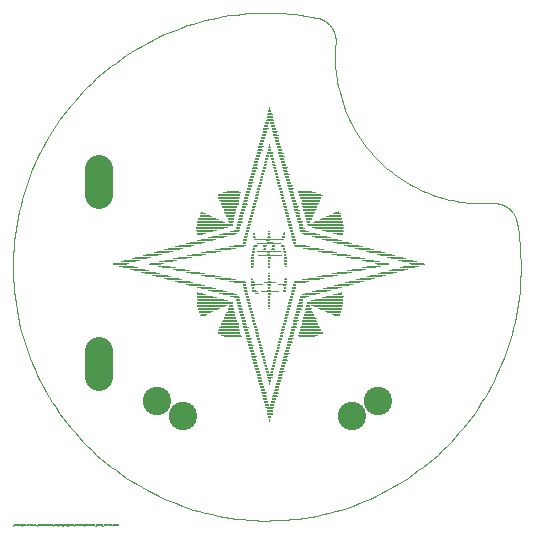
<source format=gts>
G75*
%MOIN*%
%OFA0B0*%
%FSLAX25Y25*%
%IPPOS*%
%LPD*%
%AMOC8*
5,1,8,0,0,1.08239X$1,22.5*
%
%ADD10C,0.00098*%
%ADD11R,0.00330X0.00334*%
%ADD12R,0.00330X0.00333*%
%ADD13R,0.00670X0.00334*%
%ADD14R,0.01000X0.00333*%
%ADD15R,0.01000X0.00334*%
%ADD16R,0.01670X0.00333*%
%ADD17R,0.01670X0.00334*%
%ADD18R,0.02000X0.00333*%
%ADD19R,0.02330X0.00333*%
%ADD20R,0.02330X0.00334*%
%ADD21R,0.03000X0.00333*%
%ADD22R,0.03000X0.00334*%
%ADD23R,0.01330X0.00333*%
%ADD24R,0.01340X0.00333*%
%ADD25R,0.01330X0.00334*%
%ADD26R,0.01340X0.00334*%
%ADD27R,0.01660X0.00334*%
%ADD28R,0.01660X0.00333*%
%ADD29R,0.00670X0.00333*%
%ADD30R,0.00660X0.00333*%
%ADD31R,0.00660X0.00334*%
%ADD32R,0.02660X0.00334*%
%ADD33R,0.04000X0.00334*%
%ADD34R,0.05670X0.00333*%
%ADD35R,0.05660X0.00333*%
%ADD36R,0.06670X0.00333*%
%ADD37R,0.06660X0.00333*%
%ADD38R,0.07340X0.00334*%
%ADD39R,0.07330X0.00334*%
%ADD40R,0.07660X0.00333*%
%ADD41R,0.07670X0.00333*%
%ADD42R,0.07330X0.00333*%
%ADD43R,0.07000X0.00333*%
%ADD44R,0.06670X0.00334*%
%ADD45R,0.06330X0.00333*%
%ADD46R,0.06000X0.00333*%
%ADD47R,0.06000X0.00334*%
%ADD48R,0.05000X0.00334*%
%ADD49R,0.05000X0.00333*%
%ADD50R,0.04660X0.00333*%
%ADD51R,0.04670X0.00333*%
%ADD52R,0.04660X0.00334*%
%ADD53R,0.04340X0.00334*%
%ADD54R,0.04330X0.00333*%
%ADD55R,0.04340X0.00333*%
%ADD56R,0.04000X0.00333*%
%ADD57R,0.00340X0.00334*%
%ADD58R,0.03340X0.00333*%
%ADD59R,0.03330X0.00333*%
%ADD60R,0.02670X0.00333*%
%ADD61R,0.03330X0.00334*%
%ADD62R,0.03670X0.00334*%
%ADD63R,0.05330X0.00333*%
%ADD64R,0.07340X0.00333*%
%ADD65R,0.08000X0.00333*%
%ADD66R,0.08330X0.00334*%
%ADD67R,0.08660X0.00334*%
%ADD68R,0.09330X0.00333*%
%ADD69R,0.09660X0.00333*%
%ADD70R,0.10000X0.00333*%
%ADD71R,0.10670X0.00333*%
%ADD72R,0.11670X0.00334*%
%ADD73R,0.12000X0.00334*%
%ADD74R,0.11670X0.00333*%
%ADD75R,0.12000X0.00333*%
%ADD76R,0.11330X0.00334*%
%ADD77R,0.10330X0.00333*%
%ADD78R,0.09000X0.00333*%
%ADD79R,0.09340X0.00333*%
%ADD80R,0.07670X0.00334*%
%ADD81R,0.08000X0.00334*%
%ADD82R,0.10660X0.00334*%
%ADD83R,0.05340X0.00333*%
%ADD84R,0.02000X0.00334*%
%ADD85R,0.03670X0.00333*%
%ADD86R,0.05340X0.00334*%
%ADD87R,0.05330X0.00334*%
%ADD88R,0.04330X0.00334*%
%ADD89R,0.04670X0.00334*%
%ADD90R,0.05660X0.00334*%
%ADD91R,0.09340X0.00334*%
%ADD92R,0.02670X0.00334*%
%ADD93R,0.10330X0.00334*%
%ADD94R,0.10660X0.00333*%
%ADD95R,0.10340X0.00333*%
%ADD96R,0.11660X0.00334*%
%ADD97R,0.10000X0.00334*%
%ADD98R,0.08670X0.00333*%
%ADD99R,0.02660X0.00333*%
%ADD100R,0.03660X0.00333*%
%ADD101R,0.03340X0.00334*%
%ADD102R,0.02340X0.00333*%
%ADD103R,0.03660X0.00334*%
%ADD104R,0.07660X0.00334*%
%ADD105R,0.07000X0.00334*%
%ADD106C,0.00100*%
%ADD107C,0.09461*%
%ADD108C,0.09461*%
D10*
X0003092Y0085317D02*
X0003020Y0087391D01*
X0002998Y0089466D01*
X0003027Y0091541D01*
X0003108Y0093614D01*
X0003238Y0095685D01*
X0003420Y0097752D01*
X0003652Y0099814D01*
X0003935Y0101870D01*
X0004268Y0103918D01*
X0004651Y0105958D01*
X0005084Y0107987D01*
X0005567Y0110005D01*
X0006099Y0112011D01*
X0006680Y0114003D01*
X0007310Y0115980D01*
X0007987Y0117942D01*
X0008713Y0119886D01*
X0009486Y0121811D01*
X0010307Y0123717D01*
X0011173Y0125603D01*
X0012086Y0127466D01*
X0013044Y0129307D01*
X0014047Y0131124D01*
X0015094Y0132915D01*
X0016184Y0134681D01*
X0017318Y0136419D01*
X0018494Y0138129D01*
X0019711Y0139809D01*
X0020969Y0141459D01*
X0022268Y0143078D01*
X0023605Y0144664D01*
X0024981Y0146217D01*
X0026395Y0147736D01*
X0027846Y0149220D01*
X0029332Y0150668D01*
X0030854Y0152079D01*
X0032409Y0153452D01*
X0033998Y0154787D01*
X0035619Y0156083D01*
X0037272Y0157338D01*
X0038954Y0158552D01*
X0040666Y0159725D01*
X0042406Y0160855D01*
X0044174Y0161943D01*
X0045967Y0162987D01*
X0047785Y0163986D01*
X0049628Y0164941D01*
X0051493Y0165850D01*
X0053380Y0166713D01*
X0055288Y0167530D01*
X0057215Y0168300D01*
X0059160Y0169022D01*
X0061123Y0169696D01*
X0063101Y0170322D01*
X0065094Y0170900D01*
X0067101Y0171428D01*
X0069120Y0171907D01*
X0071150Y0172337D01*
X0073190Y0172716D01*
X0075239Y0173045D01*
X0077295Y0173324D01*
X0079358Y0173553D01*
X0081425Y0173731D01*
X0083496Y0173858D01*
X0085570Y0173934D01*
X0087645Y0173960D01*
X0104371Y0172292D02*
X0104556Y0172252D01*
X0104740Y0172207D01*
X0104923Y0172158D01*
X0105105Y0172104D01*
X0105285Y0172046D01*
X0105464Y0171983D01*
X0105641Y0171917D01*
X0105817Y0171846D01*
X0105991Y0171771D01*
X0106162Y0171691D01*
X0106332Y0171608D01*
X0106500Y0171520D01*
X0106666Y0171428D01*
X0106829Y0171332D01*
X0106990Y0171233D01*
X0107149Y0171129D01*
X0107305Y0171022D01*
X0107458Y0170911D01*
X0107609Y0170796D01*
X0107757Y0170678D01*
X0107902Y0170556D01*
X0108044Y0170430D01*
X0108182Y0170302D01*
X0108318Y0170169D01*
X0108450Y0170034D01*
X0108579Y0169895D01*
X0108705Y0169754D01*
X0108827Y0169609D01*
X0108946Y0169461D01*
X0109061Y0169311D01*
X0109172Y0169158D01*
X0109280Y0169002D01*
X0109384Y0168844D01*
X0109484Y0168683D01*
X0109580Y0168520D01*
X0109672Y0168354D01*
X0109760Y0168186D01*
X0109843Y0168016D01*
X0109923Y0167845D01*
X0109999Y0167671D01*
X0110070Y0167496D01*
X0110137Y0167319D01*
X0110200Y0167140D01*
X0110258Y0166960D01*
X0110312Y0166778D01*
X0110361Y0166595D01*
X0110407Y0166411D01*
X0110447Y0166226D01*
X0110483Y0166041D01*
X0110515Y0165854D01*
X0110542Y0165666D01*
X0110564Y0165478D01*
X0110582Y0165290D01*
X0110596Y0165101D01*
X0110604Y0164912D01*
X0110609Y0164723D01*
X0110608Y0164533D01*
X0110603Y0164344D01*
X0110594Y0164155D01*
X0110579Y0163966D01*
X0110486Y0162774D01*
X0110422Y0161580D01*
X0110386Y0160385D01*
X0110380Y0159190D01*
X0110403Y0157995D01*
X0110455Y0156801D01*
X0110536Y0155608D01*
X0110646Y0154418D01*
X0110786Y0153231D01*
X0110953Y0152047D01*
X0111150Y0150868D01*
X0111376Y0149694D01*
X0111629Y0148526D01*
X0111912Y0147364D01*
X0112222Y0146210D01*
X0112561Y0145064D01*
X0112927Y0143926D01*
X0113321Y0142797D01*
X0113742Y0141678D01*
X0114190Y0140570D01*
X0114666Y0139473D01*
X0115167Y0138388D01*
X0115695Y0137316D01*
X0116249Y0136257D01*
X0116829Y0135211D01*
X0117434Y0134180D01*
X0118064Y0133164D01*
X0118718Y0132164D01*
X0119397Y0131180D01*
X0120099Y0130213D01*
X0120825Y0129263D01*
X0121573Y0128331D01*
X0122344Y0127417D01*
X0123137Y0126523D01*
X0123952Y0125648D01*
X0124788Y0124793D01*
X0124788Y0124794D02*
X0125643Y0123958D01*
X0126518Y0123143D01*
X0127413Y0122349D01*
X0128326Y0121578D01*
X0129259Y0120829D01*
X0130209Y0120103D01*
X0131177Y0119400D01*
X0132161Y0118721D01*
X0133162Y0118067D01*
X0134178Y0117437D01*
X0135210Y0116832D01*
X0136255Y0116252D01*
X0137315Y0115698D01*
X0138388Y0115169D01*
X0139473Y0114668D01*
X0140571Y0114192D01*
X0141679Y0113744D01*
X0142798Y0113322D01*
X0143928Y0112929D01*
X0145066Y0112562D01*
X0146213Y0112224D01*
X0147368Y0111913D01*
X0148530Y0111631D01*
X0149698Y0111378D01*
X0150873Y0111152D01*
X0152052Y0110956D01*
X0153236Y0110788D01*
X0154424Y0110649D01*
X0155615Y0110539D01*
X0156808Y0110458D01*
X0158003Y0110407D01*
X0159198Y0110384D01*
X0160394Y0110391D01*
X0161590Y0110426D01*
X0162784Y0110491D01*
X0162974Y0110501D01*
X0163164Y0110506D01*
X0163354Y0110507D01*
X0163544Y0110503D01*
X0163734Y0110495D01*
X0163924Y0110481D01*
X0164113Y0110464D01*
X0164302Y0110442D01*
X0164490Y0110415D01*
X0164677Y0110383D01*
X0164864Y0110348D01*
X0165050Y0110307D01*
X0165235Y0110262D01*
X0165418Y0110213D01*
X0165601Y0110159D01*
X0165781Y0110101D01*
X0165961Y0110038D01*
X0166139Y0109971D01*
X0166315Y0109900D01*
X0166490Y0109824D01*
X0166662Y0109744D01*
X0166833Y0109661D01*
X0167001Y0109573D01*
X0167168Y0109480D01*
X0167332Y0109384D01*
X0167493Y0109284D01*
X0167652Y0109180D01*
X0167809Y0109073D01*
X0167963Y0108961D01*
X0168114Y0108846D01*
X0168262Y0108727D01*
X0168408Y0108604D01*
X0168550Y0108478D01*
X0168690Y0108349D01*
X0168826Y0108216D01*
X0168958Y0108080D01*
X0169088Y0107941D01*
X0169214Y0107799D01*
X0169337Y0107653D01*
X0169456Y0107505D01*
X0169571Y0107354D01*
X0169683Y0107200D01*
X0169791Y0107044D01*
X0169895Y0106885D01*
X0169995Y0106723D01*
X0170091Y0106559D01*
X0170183Y0106393D01*
X0170272Y0106225D01*
X0170356Y0106054D01*
X0170436Y0105882D01*
X0170511Y0105707D01*
X0170583Y0105531D01*
X0170650Y0105353D01*
X0170713Y0105174D01*
X0170771Y0104993D01*
X0170825Y0104810D01*
X0170875Y0104627D01*
X0170920Y0104442D01*
X0170960Y0104256D01*
X0170996Y0104070D01*
X0083647Y0004762D02*
X0081570Y0004891D01*
X0079497Y0005072D01*
X0077428Y0005303D01*
X0075366Y0005585D01*
X0073312Y0005917D01*
X0071266Y0006300D01*
X0069230Y0006733D01*
X0067206Y0007215D01*
X0065194Y0007747D01*
X0063195Y0008328D01*
X0061212Y0008958D01*
X0059244Y0009636D01*
X0057294Y0010362D01*
X0055362Y0011136D01*
X0053449Y0011957D01*
X0051558Y0012825D01*
X0049688Y0013738D01*
X0047841Y0014698D01*
X0046018Y0015702D01*
X0044220Y0016750D01*
X0042449Y0017843D01*
X0040704Y0018978D01*
X0038989Y0020156D01*
X0037302Y0021376D01*
X0035646Y0022636D01*
X0034021Y0023937D01*
X0032429Y0025277D01*
X0030870Y0026656D01*
X0029345Y0028072D01*
X0027856Y0029526D01*
X0026402Y0031015D01*
X0024986Y0032540D01*
X0023607Y0034099D01*
X0022267Y0035691D01*
X0020966Y0037316D01*
X0019706Y0038972D01*
X0018486Y0040659D01*
X0017308Y0042374D01*
X0016173Y0044119D01*
X0015080Y0045890D01*
X0014032Y0047688D01*
X0013028Y0049511D01*
X0012068Y0051358D01*
X0011155Y0053228D01*
X0010287Y0055119D01*
X0009466Y0057032D01*
X0008692Y0058964D01*
X0007966Y0060914D01*
X0007288Y0062882D01*
X0006658Y0064865D01*
X0006077Y0066864D01*
X0005545Y0068876D01*
X0005063Y0070901D01*
X0004630Y0072936D01*
X0004247Y0074982D01*
X0003915Y0077036D01*
X0003633Y0079099D01*
X0003402Y0081167D01*
X0003221Y0083240D01*
X0003092Y0085317D01*
X0083648Y0004761D02*
X0085722Y0004689D01*
X0087797Y0004667D01*
X0089872Y0004696D01*
X0091945Y0004777D01*
X0094016Y0004908D01*
X0096083Y0005089D01*
X0098145Y0005322D01*
X0100201Y0005604D01*
X0102249Y0005937D01*
X0104289Y0006320D01*
X0106318Y0006754D01*
X0108336Y0007236D01*
X0110342Y0007768D01*
X0112334Y0008349D01*
X0114311Y0008979D01*
X0116273Y0009657D01*
X0118217Y0010383D01*
X0120142Y0011156D01*
X0122048Y0011976D01*
X0123934Y0012843D01*
X0125798Y0013755D01*
X0127638Y0014713D01*
X0129455Y0015716D01*
X0131246Y0016763D01*
X0133012Y0017854D01*
X0134750Y0018987D01*
X0136460Y0020163D01*
X0138140Y0021381D01*
X0139790Y0022639D01*
X0141409Y0023937D01*
X0142995Y0025275D01*
X0144549Y0026651D01*
X0146068Y0028065D01*
X0147551Y0029516D01*
X0148999Y0031002D01*
X0150410Y0032524D01*
X0151784Y0034079D01*
X0153118Y0035668D01*
X0154414Y0037289D01*
X0155669Y0038942D01*
X0156883Y0040624D01*
X0158056Y0042336D01*
X0159187Y0044076D01*
X0160274Y0045844D01*
X0161318Y0047637D01*
X0162317Y0049456D01*
X0163272Y0051298D01*
X0164181Y0053163D01*
X0165045Y0055050D01*
X0165861Y0056958D01*
X0166631Y0058885D01*
X0167353Y0060830D01*
X0168028Y0062793D01*
X0168654Y0064771D01*
X0169231Y0066765D01*
X0169759Y0068771D01*
X0170238Y0070790D01*
X0170668Y0072821D01*
X0171047Y0074861D01*
X0171376Y0076909D01*
X0171655Y0078966D01*
X0171884Y0081028D01*
X0172062Y0083096D01*
X0172189Y0085167D01*
X0172265Y0087241D01*
X0172291Y0089315D01*
X0172291Y0089316D02*
X0172271Y0091169D01*
X0172210Y0093022D01*
X0172109Y0094873D01*
X0171967Y0096721D01*
X0171785Y0098566D01*
X0171562Y0100406D01*
X0171300Y0102241D01*
X0170997Y0104070D01*
X0104372Y0172293D02*
X0102534Y0172642D01*
X0100689Y0172951D01*
X0098837Y0173219D01*
X0096980Y0173446D01*
X0095119Y0173631D01*
X0093254Y0173776D01*
X0091386Y0173879D01*
X0089516Y0173941D01*
X0087645Y0173961D01*
D11*
X0088665Y0141670D03*
X0088665Y0129670D03*
X0111665Y0107670D03*
X0093665Y0100670D03*
X0112665Y0080670D03*
X0088665Y0050670D03*
X0088665Y0037670D03*
X0064665Y0080670D03*
D12*
X0082665Y0085337D03*
X0088665Y0050337D03*
X0088665Y0050004D03*
X0088665Y0038337D03*
X0088665Y0038004D03*
X0088665Y0129337D03*
X0088665Y0130004D03*
X0088665Y0142004D03*
X0088665Y0142337D03*
D13*
X0088165Y0126670D03*
X0087835Y0125670D03*
X0086835Y0121670D03*
X0090835Y0120670D03*
X0092165Y0115670D03*
X0093835Y0093670D03*
X0093835Y0082670D03*
X0093835Y0081670D03*
X0083165Y0093670D03*
X0064835Y0099670D03*
X0085165Y0064670D03*
X0089835Y0055670D03*
X0087835Y0054670D03*
X0088835Y0038670D03*
D14*
X0088670Y0039004D03*
X0088670Y0039337D03*
X0088670Y0051337D03*
X0088670Y0052004D03*
X0089330Y0054004D03*
X0089670Y0055004D03*
X0089670Y0055337D03*
X0090000Y0056004D03*
X0090000Y0056337D03*
X0090330Y0057337D03*
X0090330Y0058004D03*
X0090670Y0059004D03*
X0090670Y0059337D03*
X0091000Y0060004D03*
X0091000Y0060337D03*
X0091330Y0061004D03*
X0091330Y0061337D03*
X0091670Y0062337D03*
X0091670Y0063004D03*
X0092000Y0064004D03*
X0092000Y0064337D03*
X0092330Y0065004D03*
X0092330Y0065337D03*
X0092670Y0066004D03*
X0092670Y0066337D03*
X0092670Y0067004D03*
X0093000Y0067337D03*
X0093000Y0068004D03*
X0093330Y0069004D03*
X0093330Y0069337D03*
X0093670Y0070004D03*
X0093670Y0070337D03*
X0094000Y0071004D03*
X0094000Y0071337D03*
X0094000Y0072004D03*
X0094330Y0072337D03*
X0094330Y0073004D03*
X0094670Y0074004D03*
X0094670Y0074337D03*
X0095000Y0075004D03*
X0095000Y0075337D03*
X0095330Y0076337D03*
X0095330Y0077004D03*
X0095670Y0078004D03*
X0096000Y0079004D03*
X0096000Y0079337D03*
X0096330Y0080004D03*
X0096330Y0080337D03*
X0096670Y0081337D03*
X0097000Y0083004D03*
X0097000Y0083337D03*
X0094000Y0084004D03*
X0094000Y0084337D03*
X0094000Y0085004D03*
X0093670Y0083004D03*
X0093670Y0081337D03*
X0093670Y0081004D03*
X0088670Y0080337D03*
X0088670Y0080004D03*
X0088670Y0083004D03*
X0088670Y0084337D03*
X0094000Y0090004D03*
X0094000Y0090337D03*
X0094000Y0091004D03*
X0094000Y0091337D03*
X0094000Y0092004D03*
X0094000Y0092337D03*
X0093670Y0094337D03*
X0093000Y0096337D03*
X0093330Y0099004D03*
X0093330Y0099337D03*
X0096330Y0100004D03*
X0096330Y0100337D03*
X0096000Y0101004D03*
X0096000Y0101337D03*
X0095670Y0102337D03*
X0095330Y0104004D03*
X0095000Y0105004D03*
X0095000Y0105337D03*
X0094670Y0106004D03*
X0094670Y0106337D03*
X0094330Y0107337D03*
X0094330Y0108004D03*
X0094000Y0108337D03*
X0094000Y0109004D03*
X0093670Y0110004D03*
X0093670Y0110337D03*
X0093330Y0111004D03*
X0093330Y0111337D03*
X0093000Y0112004D03*
X0093000Y0112337D03*
X0093000Y0113004D03*
X0092670Y0113337D03*
X0092670Y0114004D03*
X0092670Y0114337D03*
X0092330Y0115004D03*
X0092330Y0115337D03*
X0092000Y0116004D03*
X0092000Y0116337D03*
X0091670Y0117004D03*
X0091670Y0117337D03*
X0091670Y0118004D03*
X0091330Y0118337D03*
X0091330Y0119004D03*
X0091000Y0120004D03*
X0091000Y0120337D03*
X0090670Y0121004D03*
X0090670Y0121337D03*
X0090330Y0122337D03*
X0090330Y0123004D03*
X0090000Y0123337D03*
X0090000Y0124004D03*
X0089670Y0125004D03*
X0089670Y0125337D03*
X0089330Y0126004D03*
X0089330Y0126337D03*
X0088000Y0126337D03*
X0088000Y0126004D03*
X0087670Y0125337D03*
X0087670Y0125004D03*
X0087330Y0124004D03*
X0087330Y0123337D03*
X0087000Y0122337D03*
X0087000Y0122004D03*
X0086670Y0121337D03*
X0086670Y0121004D03*
X0086330Y0120337D03*
X0086330Y0120004D03*
X0086000Y0119004D03*
X0086000Y0118337D03*
X0085670Y0117337D03*
X0085670Y0117004D03*
X0085330Y0116337D03*
X0085330Y0116004D03*
X0085000Y0115337D03*
X0085000Y0115004D03*
X0084670Y0114004D03*
X0084670Y0113337D03*
X0084330Y0113004D03*
X0084330Y0112337D03*
X0084330Y0112004D03*
X0084000Y0111337D03*
X0084000Y0111004D03*
X0083670Y0110337D03*
X0083670Y0110004D03*
X0083330Y0109004D03*
X0083330Y0108337D03*
X0083000Y0108004D03*
X0083000Y0107337D03*
X0083000Y0107004D03*
X0082670Y0106337D03*
X0082670Y0106004D03*
X0082330Y0105337D03*
X0082330Y0105004D03*
X0082000Y0104004D03*
X0082000Y0103337D03*
X0081670Y0103004D03*
X0081670Y0102337D03*
X0081330Y0101337D03*
X0081330Y0101004D03*
X0081000Y0100337D03*
X0081000Y0100004D03*
X0080670Y0099004D03*
X0080330Y0097337D03*
X0080330Y0097004D03*
X0083330Y0095004D03*
X0083330Y0094337D03*
X0083330Y0094004D03*
X0083000Y0093004D03*
X0083000Y0092337D03*
X0083000Y0092004D03*
X0083000Y0091337D03*
X0083000Y0091004D03*
X0083000Y0090337D03*
X0083000Y0090004D03*
X0083000Y0089337D03*
X0083000Y0084337D03*
X0080330Y0083337D03*
X0080330Y0083004D03*
X0080670Y0082004D03*
X0080670Y0081337D03*
X0081000Y0080337D03*
X0081000Y0080004D03*
X0081330Y0079337D03*
X0081330Y0079004D03*
X0081670Y0078004D03*
X0081670Y0077337D03*
X0082000Y0077004D03*
X0082000Y0076337D03*
X0082000Y0076004D03*
X0082330Y0075337D03*
X0082330Y0075004D03*
X0082670Y0074337D03*
X0082670Y0074004D03*
X0083000Y0073337D03*
X0083000Y0073004D03*
X0083000Y0072337D03*
X0083330Y0072004D03*
X0083330Y0071337D03*
X0083330Y0071004D03*
X0083670Y0070337D03*
X0083670Y0070004D03*
X0084000Y0069337D03*
X0084000Y0069004D03*
X0084330Y0068337D03*
X0084330Y0068004D03*
X0084330Y0067337D03*
X0084670Y0067004D03*
X0084670Y0066337D03*
X0084670Y0066004D03*
X0085000Y0065337D03*
X0085000Y0065004D03*
X0085330Y0064337D03*
X0085330Y0064004D03*
X0085670Y0063004D03*
X0085670Y0062337D03*
X0086000Y0062004D03*
X0086000Y0061337D03*
X0086000Y0061004D03*
X0086330Y0060337D03*
X0086330Y0060004D03*
X0086670Y0059337D03*
X0086670Y0059004D03*
X0087000Y0058004D03*
X0087000Y0057337D03*
X0087330Y0056337D03*
X0087670Y0055337D03*
X0087670Y0055004D03*
X0088000Y0054337D03*
X0088000Y0054004D03*
X0088670Y0092004D03*
X0088670Y0092337D03*
X0088330Y0093337D03*
X0088330Y0094004D03*
X0087000Y0095004D03*
X0087000Y0096004D03*
X0090000Y0096004D03*
X0090000Y0096337D03*
X0083670Y0099004D03*
X0096670Y0099004D03*
X0097000Y0097337D03*
X0097000Y0097004D03*
X0101670Y0104004D03*
X0088670Y0128004D03*
X0088670Y0128337D03*
X0088670Y0129004D03*
X0088670Y0141004D03*
X0088670Y0141337D03*
D15*
X0088670Y0140670D03*
X0088670Y0128670D03*
X0089330Y0126670D03*
X0089670Y0124670D03*
X0090000Y0123670D03*
X0090330Y0122670D03*
X0090670Y0121670D03*
X0091000Y0119670D03*
X0091330Y0118670D03*
X0091670Y0117670D03*
X0092000Y0116670D03*
X0092330Y0114670D03*
X0092670Y0113670D03*
X0093000Y0112670D03*
X0093330Y0111670D03*
X0093670Y0109670D03*
X0094000Y0108670D03*
X0094330Y0107670D03*
X0094670Y0106670D03*
X0095000Y0104670D03*
X0095330Y0103670D03*
X0095670Y0102670D03*
X0096000Y0101670D03*
X0096330Y0099670D03*
X0096670Y0098670D03*
X0097000Y0097670D03*
X0093670Y0094670D03*
X0093330Y0095670D03*
X0094000Y0092670D03*
X0094000Y0091670D03*
X0094000Y0090670D03*
X0094000Y0089670D03*
X0094000Y0084670D03*
X0097000Y0082670D03*
X0096670Y0081670D03*
X0096330Y0080670D03*
X0095670Y0077670D03*
X0095330Y0076670D03*
X0095000Y0075670D03*
X0094670Y0073670D03*
X0094330Y0072670D03*
X0094000Y0071670D03*
X0093670Y0070670D03*
X0093330Y0068670D03*
X0093000Y0067670D03*
X0092670Y0066670D03*
X0092330Y0065670D03*
X0092330Y0064670D03*
X0092000Y0063670D03*
X0091670Y0062670D03*
X0091330Y0061670D03*
X0091000Y0060670D03*
X0091000Y0059670D03*
X0090670Y0058670D03*
X0090330Y0057670D03*
X0090000Y0056670D03*
X0087670Y0055670D03*
X0087330Y0056670D03*
X0087000Y0057670D03*
X0086670Y0058670D03*
X0086330Y0060670D03*
X0086000Y0061670D03*
X0085670Y0062670D03*
X0085330Y0063670D03*
X0085000Y0065670D03*
X0084670Y0066670D03*
X0084330Y0067670D03*
X0084000Y0068670D03*
X0083670Y0069670D03*
X0083670Y0070670D03*
X0083330Y0071670D03*
X0083000Y0072670D03*
X0082670Y0073670D03*
X0082330Y0075670D03*
X0082000Y0076670D03*
X0081670Y0077670D03*
X0081330Y0078670D03*
X0081000Y0080670D03*
X0080670Y0081670D03*
X0080330Y0082670D03*
X0083000Y0082670D03*
X0083330Y0081670D03*
X0083000Y0084670D03*
X0083000Y0089670D03*
X0083000Y0090670D03*
X0083000Y0091670D03*
X0083000Y0092670D03*
X0083330Y0094670D03*
X0083670Y0095670D03*
X0087000Y0095670D03*
X0090000Y0095670D03*
X0081670Y0102670D03*
X0082000Y0103670D03*
X0082330Y0104670D03*
X0082670Y0106670D03*
X0083000Y0107670D03*
X0083330Y0108670D03*
X0083670Y0109670D03*
X0084000Y0110670D03*
X0084000Y0111670D03*
X0084330Y0112670D03*
X0084670Y0113670D03*
X0085000Y0114670D03*
X0085330Y0115670D03*
X0085330Y0116670D03*
X0085670Y0117670D03*
X0086000Y0118670D03*
X0086330Y0119670D03*
X0086670Y0120670D03*
X0087000Y0122670D03*
X0087330Y0123670D03*
X0087670Y0124670D03*
X0075670Y0103670D03*
X0081330Y0101670D03*
X0081000Y0099670D03*
X0080670Y0098670D03*
X0080330Y0097670D03*
X0111330Y0072670D03*
X0089330Y0053670D03*
X0088000Y0053670D03*
X0088670Y0051670D03*
X0088670Y0039670D03*
D16*
X0088665Y0040004D03*
X0088665Y0040337D03*
X0090335Y0046004D03*
X0090665Y0047004D03*
X0086665Y0047337D03*
X0088665Y0052337D03*
X0088665Y0053004D03*
X0088665Y0053337D03*
X0092665Y0054337D03*
X0093665Y0058004D03*
X0094335Y0060337D03*
X0095335Y0064004D03*
X0095665Y0065337D03*
X0096665Y0069004D03*
X0097335Y0071337D03*
X0098335Y0075004D03*
X0098665Y0076004D03*
X0098665Y0076337D03*
X0099665Y0079004D03*
X0101665Y0075337D03*
X0083665Y0081004D03*
X0077665Y0079004D03*
X0080665Y0069004D03*
X0081665Y0065337D03*
X0082335Y0063004D03*
X0083335Y0059337D03*
X0066335Y0073004D03*
X0065335Y0080337D03*
X0065335Y0100004D03*
X0066335Y0107004D03*
X0075665Y0104337D03*
X0078665Y0104004D03*
X0077665Y0101337D03*
X0080335Y0110004D03*
X0082335Y0117337D03*
X0083665Y0122004D03*
X0088665Y0127004D03*
X0088665Y0127337D03*
X0085335Y0128004D03*
X0085665Y0129337D03*
X0090665Y0133004D03*
X0090335Y0134337D03*
X0087335Y0135337D03*
X0088665Y0139337D03*
X0088665Y0140004D03*
X0092335Y0127004D03*
X0092665Y0126004D03*
X0093665Y0122337D03*
X0094335Y0120004D03*
X0095335Y0116337D03*
X0095665Y0115337D03*
X0097335Y0109337D03*
X0097665Y0108004D03*
X0098665Y0104337D03*
X0099335Y0102004D03*
X0101665Y0105004D03*
X0088665Y0097337D03*
D17*
X0098335Y0105670D03*
X0101665Y0104670D03*
X0096665Y0111670D03*
X0096335Y0112670D03*
X0094665Y0118670D03*
X0093335Y0123670D03*
X0088665Y0127670D03*
X0091665Y0129670D03*
X0091335Y0130670D03*
X0086335Y0131670D03*
X0089665Y0136670D03*
X0088665Y0139670D03*
X0084665Y0125670D03*
X0081335Y0113670D03*
X0079665Y0107670D03*
X0075665Y0104670D03*
X0075665Y0075670D03*
X0094665Y0061670D03*
X0093335Y0056670D03*
X0088665Y0052670D03*
X0091665Y0050670D03*
X0087665Y0043670D03*
X0088665Y0040670D03*
X0084335Y0055670D03*
X0096335Y0067670D03*
X0097665Y0072670D03*
X0101665Y0075670D03*
D18*
X0101500Y0075004D03*
X0111170Y0073004D03*
X0112170Y0100004D03*
X0101830Y0105337D03*
X0099830Y0101337D03*
X0075830Y0105004D03*
X0075830Y0075337D03*
X0088830Y0041004D03*
D19*
X0088665Y0041337D03*
X0088665Y0042004D03*
X0066665Y0073337D03*
X0075665Y0074337D03*
X0075665Y0075004D03*
X0101665Y0074337D03*
X0075665Y0105337D03*
X0088665Y0138337D03*
X0088665Y0139004D03*
D20*
X0088665Y0138670D03*
X0075665Y0105670D03*
X0066665Y0106670D03*
X0079335Y0096670D03*
X0097665Y0083670D03*
X0101665Y0074670D03*
X0075665Y0074670D03*
X0101665Y0105670D03*
X0088665Y0041670D03*
D21*
X0088670Y0042337D03*
X0075670Y0074004D03*
X0077000Y0079337D03*
X0066000Y0080004D03*
X0066000Y0100337D03*
X0075670Y0106337D03*
X0077000Y0101004D03*
X0093000Y0083337D03*
X0100330Y0079337D03*
X0111330Y0080004D03*
X0100330Y0101004D03*
D22*
X0110670Y0106670D03*
X0101670Y0073670D03*
X0075670Y0073670D03*
X0088670Y0042670D03*
X0088670Y0137670D03*
D23*
X0087835Y0137337D03*
X0087835Y0137004D03*
X0089835Y0136337D03*
X0089835Y0136004D03*
X0090165Y0135337D03*
X0090165Y0135004D03*
X0090835Y0132337D03*
X0091165Y0131337D03*
X0091165Y0131004D03*
X0091835Y0129337D03*
X0091835Y0129004D03*
X0092165Y0128004D03*
X0092165Y0127337D03*
X0092835Y0125337D03*
X0092835Y0125004D03*
X0093165Y0124337D03*
X0093165Y0124004D03*
X0093835Y0122004D03*
X0093835Y0121337D03*
X0094165Y0120337D03*
X0094835Y0118337D03*
X0094835Y0118004D03*
X0095165Y0117337D03*
X0095165Y0117004D03*
X0095835Y0115004D03*
X0095835Y0114337D03*
X0096165Y0113337D03*
X0096165Y0113004D03*
X0096835Y0111337D03*
X0096835Y0111004D03*
X0097165Y0110004D03*
X0097835Y0107337D03*
X0098165Y0106337D03*
X0098165Y0106004D03*
X0098835Y0104004D03*
X0099165Y0103004D03*
X0099165Y0102337D03*
X0095835Y0102004D03*
X0095165Y0104337D03*
X0093835Y0109337D03*
X0096835Y0098337D03*
X0096835Y0098004D03*
X0093165Y0096004D03*
X0089835Y0095004D03*
X0087165Y0096337D03*
X0088165Y0098004D03*
X0084165Y0096337D03*
X0083835Y0096004D03*
X0080835Y0099337D03*
X0078165Y0102004D03*
X0078165Y0102337D03*
X0078835Y0104337D03*
X0078835Y0105004D03*
X0079165Y0105337D03*
X0079165Y0106004D03*
X0079165Y0106337D03*
X0079835Y0108004D03*
X0079835Y0108337D03*
X0080165Y0109004D03*
X0080165Y0109337D03*
X0080835Y0111337D03*
X0080835Y0112004D03*
X0080835Y0112337D03*
X0081165Y0113004D03*
X0081165Y0113337D03*
X0081835Y0115004D03*
X0081835Y0115337D03*
X0082165Y0116337D03*
X0082165Y0117004D03*
X0082835Y0119004D03*
X0082835Y0119337D03*
X0083165Y0120004D03*
X0083165Y0120337D03*
X0083835Y0122337D03*
X0083835Y0123004D03*
X0084165Y0124004D03*
X0084165Y0124337D03*
X0084835Y0126004D03*
X0084835Y0126337D03*
X0085165Y0127004D03*
X0085165Y0127337D03*
X0085835Y0130004D03*
X0085835Y0130337D03*
X0086165Y0131004D03*
X0086165Y0131337D03*
X0086835Y0133004D03*
X0086835Y0133337D03*
X0087165Y0134337D03*
X0087165Y0135004D03*
X0088835Y0140337D03*
X0111165Y0107337D03*
X0096835Y0082337D03*
X0096835Y0082004D03*
X0095835Y0078337D03*
X0095165Y0076004D03*
X0098165Y0074337D03*
X0098165Y0074004D03*
X0097835Y0073337D03*
X0097835Y0073004D03*
X0097165Y0071004D03*
X0097165Y0070337D03*
X0096835Y0069337D03*
X0096165Y0067337D03*
X0096165Y0067004D03*
X0095835Y0066004D03*
X0095165Y0063337D03*
X0095165Y0063004D03*
X0094835Y0062337D03*
X0094835Y0062004D03*
X0094165Y0060004D03*
X0093835Y0059004D03*
X0093835Y0058337D03*
X0093165Y0056337D03*
X0093165Y0056004D03*
X0092835Y0055337D03*
X0092835Y0055004D03*
X0092165Y0053004D03*
X0092165Y0052337D03*
X0091835Y0051337D03*
X0091835Y0051004D03*
X0091165Y0049337D03*
X0091165Y0049004D03*
X0090835Y0048004D03*
X0090835Y0047337D03*
X0090165Y0045337D03*
X0090165Y0045004D03*
X0089835Y0044337D03*
X0089835Y0044004D03*
X0087835Y0043337D03*
X0087835Y0043004D03*
X0087165Y0045004D03*
X0087165Y0045337D03*
X0086835Y0046337D03*
X0086835Y0047004D03*
X0086165Y0049004D03*
X0086165Y0049337D03*
X0085835Y0050004D03*
X0085835Y0050337D03*
X0085165Y0052337D03*
X0085165Y0053004D03*
X0084835Y0054004D03*
X0084835Y0054337D03*
X0084165Y0056004D03*
X0084165Y0056337D03*
X0083835Y0057004D03*
X0083835Y0057337D03*
X0083835Y0058004D03*
X0083165Y0060004D03*
X0083165Y0060337D03*
X0082835Y0061004D03*
X0082835Y0061337D03*
X0082165Y0063337D03*
X0082165Y0064004D03*
X0081835Y0064337D03*
X0081835Y0065004D03*
X0081165Y0067004D03*
X0081165Y0067337D03*
X0080835Y0068004D03*
X0080835Y0068337D03*
X0080165Y0070337D03*
X0080165Y0071004D03*
X0080165Y0071337D03*
X0079835Y0072004D03*
X0079835Y0072337D03*
X0079165Y0074004D03*
X0079165Y0074337D03*
X0079165Y0075004D03*
X0078835Y0075337D03*
X0078835Y0076004D03*
X0078165Y0078004D03*
X0078165Y0078337D03*
X0075835Y0076337D03*
X0075835Y0076004D03*
X0080835Y0081004D03*
X0083165Y0083004D03*
X0083165Y0084004D03*
X0093165Y0068337D03*
X0098835Y0077004D03*
X0099165Y0078004D03*
X0099165Y0078337D03*
X0082165Y0104337D03*
X0075835Y0104004D03*
D24*
X0078500Y0103337D03*
X0078500Y0103004D03*
X0081500Y0102004D03*
X0080500Y0098337D03*
X0080500Y0098004D03*
X0088500Y0099004D03*
X0096500Y0099337D03*
X0095500Y0103004D03*
X0095500Y0103337D03*
X0098500Y0105004D03*
X0098500Y0105337D03*
X0097500Y0108337D03*
X0097500Y0109004D03*
X0096500Y0112004D03*
X0096500Y0112337D03*
X0095500Y0116004D03*
X0094500Y0119004D03*
X0094500Y0119337D03*
X0093500Y0123004D03*
X0093500Y0123337D03*
X0092500Y0126337D03*
X0091500Y0130004D03*
X0091500Y0130337D03*
X0090500Y0133337D03*
X0090500Y0134004D03*
X0089500Y0137004D03*
X0089500Y0137337D03*
X0087500Y0136337D03*
X0087500Y0136004D03*
X0086500Y0132337D03*
X0086500Y0132004D03*
X0085500Y0129004D03*
X0085500Y0128337D03*
X0084500Y0125337D03*
X0084500Y0125004D03*
X0083500Y0121337D03*
X0083500Y0121004D03*
X0082500Y0118337D03*
X0082500Y0118004D03*
X0081500Y0114337D03*
X0081500Y0114004D03*
X0080500Y0111004D03*
X0080500Y0110337D03*
X0083500Y0109337D03*
X0079500Y0107337D03*
X0079500Y0107004D03*
X0094500Y0107004D03*
X0101500Y0104337D03*
X0088500Y0083337D03*
X0088500Y0081337D03*
X0084500Y0080337D03*
X0083500Y0081337D03*
X0080500Y0082337D03*
X0081500Y0078337D03*
X0078500Y0077337D03*
X0078500Y0077004D03*
X0078500Y0076337D03*
X0079500Y0073337D03*
X0079500Y0073004D03*
X0080500Y0070004D03*
X0080500Y0069337D03*
X0081500Y0066337D03*
X0081500Y0066004D03*
X0082500Y0062337D03*
X0082500Y0062004D03*
X0083500Y0059004D03*
X0083500Y0058337D03*
X0084500Y0055337D03*
X0084500Y0055004D03*
X0085500Y0052004D03*
X0085500Y0051337D03*
X0085500Y0051004D03*
X0086500Y0048337D03*
X0086500Y0048004D03*
X0087500Y0044337D03*
X0087500Y0044004D03*
X0089500Y0043337D03*
X0089500Y0043004D03*
X0090500Y0046337D03*
X0091500Y0050004D03*
X0091500Y0050337D03*
X0092500Y0053337D03*
X0092500Y0054004D03*
X0093500Y0057004D03*
X0093500Y0057337D03*
X0094500Y0061004D03*
X0094500Y0061337D03*
X0095500Y0064337D03*
X0095500Y0065004D03*
X0096500Y0068004D03*
X0096500Y0068337D03*
X0097500Y0072004D03*
X0097500Y0072337D03*
X0098500Y0075337D03*
X0095500Y0077337D03*
X0096500Y0081004D03*
X0101500Y0076337D03*
X0101500Y0076004D03*
X0094500Y0073337D03*
D25*
X0094835Y0074670D03*
X0098165Y0074670D03*
X0098835Y0076670D03*
X0099165Y0077670D03*
X0099165Y0078670D03*
X0096165Y0079670D03*
X0095835Y0078670D03*
X0097165Y0070670D03*
X0096835Y0069670D03*
X0096165Y0066670D03*
X0095835Y0065670D03*
X0095165Y0063670D03*
X0094835Y0062670D03*
X0094165Y0059670D03*
X0093835Y0058670D03*
X0092835Y0054670D03*
X0092165Y0052670D03*
X0091835Y0051670D03*
X0091165Y0048670D03*
X0090835Y0047670D03*
X0090165Y0045670D03*
X0089835Y0043670D03*
X0087165Y0045670D03*
X0086835Y0046670D03*
X0086165Y0048670D03*
X0085835Y0050670D03*
X0085165Y0052670D03*
X0084835Y0053670D03*
X0084165Y0056670D03*
X0083835Y0057670D03*
X0083165Y0059670D03*
X0082835Y0060670D03*
X0082835Y0061670D03*
X0082165Y0063670D03*
X0081835Y0064670D03*
X0081165Y0066670D03*
X0081165Y0067670D03*
X0080835Y0068670D03*
X0080165Y0070670D03*
X0079835Y0071670D03*
X0079165Y0074670D03*
X0078835Y0075670D03*
X0078165Y0077670D03*
X0078165Y0078670D03*
X0081165Y0079670D03*
X0081165Y0100670D03*
X0078165Y0101670D03*
X0078165Y0102670D03*
X0078835Y0104670D03*
X0079165Y0105670D03*
X0079835Y0108670D03*
X0080165Y0109670D03*
X0080835Y0111670D03*
X0081165Y0112670D03*
X0081835Y0115670D03*
X0082165Y0116670D03*
X0082835Y0118670D03*
X0083165Y0120670D03*
X0083835Y0122670D03*
X0084165Y0123670D03*
X0084835Y0126670D03*
X0085165Y0127670D03*
X0085835Y0129670D03*
X0086165Y0130670D03*
X0086835Y0133670D03*
X0087165Y0134670D03*
X0089835Y0135670D03*
X0090165Y0134670D03*
X0090835Y0132670D03*
X0091165Y0131670D03*
X0091835Y0128670D03*
X0092165Y0127670D03*
X0092835Y0125670D03*
X0093835Y0121670D03*
X0094165Y0120670D03*
X0095165Y0116670D03*
X0095835Y0114670D03*
X0096165Y0113670D03*
X0096835Y0110670D03*
X0097165Y0109670D03*
X0097835Y0107670D03*
X0094835Y0105670D03*
X0098835Y0103670D03*
X0099165Y0102670D03*
X0096165Y0100670D03*
X0087835Y0136670D03*
D26*
X0087500Y0135670D03*
X0086500Y0132670D03*
X0085500Y0128670D03*
X0084500Y0124670D03*
X0083500Y0121670D03*
X0082500Y0117670D03*
X0081500Y0114670D03*
X0080500Y0110670D03*
X0079500Y0106670D03*
X0078500Y0103670D03*
X0082500Y0105670D03*
X0093500Y0110670D03*
X0097500Y0108670D03*
X0098500Y0104670D03*
X0099500Y0101670D03*
X0095500Y0115670D03*
X0094500Y0119670D03*
X0093500Y0122670D03*
X0092500Y0126670D03*
X0090500Y0133670D03*
X0078500Y0076670D03*
X0079500Y0073670D03*
X0079500Y0072670D03*
X0080500Y0069670D03*
X0081500Y0065670D03*
X0082500Y0062670D03*
X0083500Y0058670D03*
X0084500Y0054670D03*
X0085500Y0051670D03*
X0086500Y0047670D03*
X0087500Y0044670D03*
X0090500Y0046670D03*
X0091500Y0049670D03*
X0092500Y0053670D03*
X0093500Y0057670D03*
X0094500Y0060670D03*
X0095500Y0064670D03*
X0096500Y0068670D03*
X0097500Y0071670D03*
X0098500Y0075670D03*
X0093500Y0069670D03*
X0082500Y0074670D03*
D27*
X0098000Y0073670D03*
X0093000Y0055670D03*
X0086000Y0049670D03*
X0090000Y0044670D03*
X0098000Y0106670D03*
X0095000Y0117670D03*
X0093000Y0124670D03*
X0083000Y0119670D03*
D28*
X0082000Y0116004D03*
X0084000Y0123337D03*
X0092000Y0128337D03*
X0091000Y0132004D03*
X0087000Y0134004D03*
X0094000Y0121004D03*
X0096000Y0114004D03*
X0097000Y0110337D03*
X0098000Y0107004D03*
X0099000Y0103337D03*
X0112000Y0080337D03*
X0099000Y0077337D03*
X0097000Y0070004D03*
X0096000Y0066337D03*
X0094000Y0059337D03*
X0092000Y0052004D03*
X0091000Y0048337D03*
X0087000Y0046004D03*
X0085000Y0053337D03*
D29*
X0087165Y0057004D03*
X0086835Y0058337D03*
X0090165Y0057004D03*
X0088835Y0051004D03*
X0091835Y0063337D03*
X0093835Y0082004D03*
X0093835Y0082337D03*
X0094165Y0085337D03*
X0094165Y0089337D03*
X0093835Y0093004D03*
X0093835Y0093337D03*
X0093835Y0094004D03*
X0089835Y0095337D03*
X0087165Y0095337D03*
X0083165Y0093337D03*
X0082835Y0089004D03*
X0082835Y0085004D03*
X0083165Y0082337D03*
X0083165Y0082004D03*
X0066165Y0107337D03*
X0084835Y0114337D03*
X0085835Y0118004D03*
X0086165Y0119337D03*
X0087165Y0123004D03*
X0089835Y0124337D03*
X0091165Y0119337D03*
D30*
X0090500Y0122004D03*
X0087500Y0124337D03*
X0088500Y0101004D03*
X0088500Y0100337D03*
X0088500Y0100004D03*
X0088500Y0099337D03*
X0093500Y0100004D03*
X0093500Y0100337D03*
X0093500Y0095337D03*
X0093500Y0095004D03*
X0088500Y0091337D03*
X0088500Y0091004D03*
X0088500Y0090337D03*
X0088500Y0090004D03*
X0088500Y0089337D03*
X0088500Y0089004D03*
X0088500Y0087004D03*
X0088500Y0086337D03*
X0088500Y0086004D03*
X0088500Y0085337D03*
X0088500Y0085004D03*
X0088500Y0082337D03*
X0088500Y0082004D03*
X0088500Y0079337D03*
X0088500Y0079004D03*
X0088500Y0078337D03*
X0088500Y0078004D03*
X0088500Y0077337D03*
X0088500Y0077004D03*
X0088500Y0076337D03*
X0088500Y0076004D03*
X0088500Y0075337D03*
X0085500Y0063337D03*
X0091500Y0062004D03*
X0090500Y0058337D03*
X0087500Y0056004D03*
X0089500Y0054337D03*
X0083500Y0095337D03*
X0083500Y0099337D03*
X0083500Y0100004D03*
X0083500Y0100337D03*
D31*
X0083500Y0099670D03*
X0088500Y0099670D03*
X0088500Y0100670D03*
X0088500Y0097670D03*
X0088500Y0093670D03*
X0088500Y0091670D03*
X0088500Y0090670D03*
X0088500Y0089670D03*
X0088500Y0086670D03*
X0088500Y0085670D03*
X0088500Y0084670D03*
X0088500Y0082670D03*
X0088500Y0081670D03*
X0088500Y0079670D03*
X0088500Y0078670D03*
X0088500Y0077670D03*
X0088500Y0076670D03*
X0088500Y0075670D03*
X0086500Y0059670D03*
X0089500Y0054670D03*
X0093500Y0099670D03*
X0112500Y0099670D03*
X0089500Y0125670D03*
D32*
X0076500Y0065670D03*
D33*
X0075500Y0072670D03*
X0076500Y0079670D03*
X0066500Y0079670D03*
X0076500Y0100670D03*
X0075500Y0107670D03*
X0101830Y0072670D03*
X0100500Y0065670D03*
X0110830Y0079670D03*
D34*
X0110335Y0079337D03*
X0102335Y0085004D03*
X0110335Y0101004D03*
X0075335Y0110004D03*
X0075335Y0110337D03*
X0075335Y0070337D03*
X0075335Y0070004D03*
X0076335Y0066004D03*
D35*
X0101000Y0066004D03*
X0102000Y0070004D03*
X0102000Y0070337D03*
X0104000Y0085337D03*
X0067000Y0101004D03*
D36*
X0075165Y0111337D03*
X0067835Y0079004D03*
X0068165Y0075004D03*
X0075165Y0069004D03*
X0075165Y0068337D03*
X0075835Y0066337D03*
X0102165Y0069004D03*
D37*
X0101500Y0066337D03*
X0109500Y0105337D03*
D38*
X0075500Y0066670D03*
D39*
X0075165Y0067670D03*
X0101835Y0066670D03*
X0102165Y0067670D03*
D40*
X0075000Y0067337D03*
X0075000Y0067004D03*
X0075000Y0113004D03*
D41*
X0088665Y0093004D03*
X0102335Y0113004D03*
X0102335Y0067337D03*
X0102335Y0067004D03*
D42*
X0109165Y0075004D03*
X0109165Y0105004D03*
X0102165Y0113337D03*
X0075165Y0113337D03*
X0075165Y0112337D03*
X0075165Y0068004D03*
D43*
X0102330Y0068004D03*
X0102330Y0068337D03*
X0109670Y0079004D03*
X0109670Y0101337D03*
X0102330Y0112004D03*
X0102330Y0112337D03*
X0075000Y0112004D03*
X0068330Y0105004D03*
X0067670Y0101337D03*
D44*
X0075165Y0111670D03*
X0101835Y0113670D03*
X0102165Y0111670D03*
X0102165Y0068670D03*
X0075165Y0068670D03*
D45*
X0075335Y0069337D03*
X0075335Y0111004D03*
X0102335Y0111004D03*
X0102335Y0111337D03*
D46*
X0102170Y0110337D03*
X0101170Y0114004D03*
X0076170Y0114004D03*
X0067830Y0105337D03*
X0088830Y0081004D03*
X0102170Y0069337D03*
D47*
X0102170Y0069670D03*
X0109500Y0074670D03*
X0109830Y0105670D03*
X0102170Y0110670D03*
X0075170Y0110670D03*
X0067830Y0074670D03*
X0075170Y0069670D03*
D48*
X0075330Y0070670D03*
X0073000Y0080670D03*
X0069330Y0081670D03*
X0065670Y0082670D03*
X0062000Y0083670D03*
X0058330Y0084670D03*
X0054670Y0085670D03*
X0051000Y0086670D03*
X0047330Y0087670D03*
X0047670Y0092670D03*
X0051330Y0093670D03*
X0055000Y0094670D03*
X0058670Y0095670D03*
X0062330Y0096670D03*
X0066000Y0097670D03*
X0069670Y0098670D03*
X0073330Y0099670D03*
X0066670Y0093670D03*
X0062000Y0092670D03*
X0044000Y0091670D03*
X0040330Y0090670D03*
X0102000Y0070670D03*
X0104000Y0080670D03*
X0107670Y0081670D03*
X0111330Y0082670D03*
X0115000Y0083670D03*
X0118670Y0084670D03*
X0122330Y0085670D03*
X0126000Y0086670D03*
X0129670Y0087670D03*
X0133330Y0088670D03*
X0133000Y0091670D03*
X0129330Y0092670D03*
X0125670Y0093670D03*
X0122000Y0094670D03*
X0115330Y0087670D03*
X0110330Y0093670D03*
X0111330Y0097670D03*
X0107670Y0098670D03*
X0105670Y0094670D03*
X0137000Y0089670D03*
D49*
X0137670Y0090337D03*
X0135330Y0091004D03*
X0134000Y0091337D03*
X0131670Y0092004D03*
X0128000Y0093004D03*
X0127000Y0093337D03*
X0123330Y0094337D03*
X0121000Y0095004D03*
X0119670Y0095337D03*
X0117330Y0096004D03*
X0116000Y0096337D03*
X0113670Y0097004D03*
X0112000Y0093337D03*
X0108670Y0094004D03*
X0107330Y0094337D03*
X0105330Y0099337D03*
X0099670Y0096004D03*
X0099330Y0084337D03*
X0103000Y0080337D03*
X0105330Y0081004D03*
X0106670Y0081337D03*
X0109000Y0082004D03*
X0110330Y0082337D03*
X0112670Y0083004D03*
X0114000Y0083337D03*
X0116330Y0084004D03*
X0117670Y0084337D03*
X0120000Y0085004D03*
X0121330Y0085337D03*
X0123670Y0086004D03*
X0127330Y0087004D03*
X0131000Y0088004D03*
X0134670Y0089004D03*
X0117000Y0088004D03*
X0113670Y0087337D03*
X0112000Y0087004D03*
X0102000Y0071004D03*
X0077670Y0096004D03*
X0072000Y0099337D03*
X0068330Y0098337D03*
X0064670Y0097337D03*
X0061000Y0096337D03*
X0057330Y0095337D03*
X0052670Y0094004D03*
X0049000Y0093004D03*
X0045330Y0092004D03*
X0044670Y0088337D03*
X0046000Y0088004D03*
X0048330Y0087337D03*
X0049670Y0087004D03*
X0053330Y0086004D03*
X0056000Y0085337D03*
X0057000Y0085004D03*
X0059670Y0084337D03*
X0060670Y0084004D03*
X0063330Y0083337D03*
X0067000Y0082337D03*
X0068330Y0082004D03*
X0070670Y0081337D03*
X0072000Y0081004D03*
X0074330Y0080337D03*
X0075330Y0071004D03*
X0070000Y0094337D03*
X0068330Y0094004D03*
X0063670Y0093004D03*
X0075330Y0109004D03*
X0075330Y0109337D03*
X0102000Y0109337D03*
X0110000Y0106004D03*
X0042330Y0089004D03*
X0041000Y0089337D03*
X0041670Y0091004D03*
D50*
X0060500Y0092337D03*
X0075500Y0100337D03*
X0075500Y0080004D03*
X0075500Y0071337D03*
X0067500Y0074337D03*
X0100500Y0114337D03*
X0113500Y0093004D03*
X0116500Y0092337D03*
X0118500Y0088337D03*
X0123500Y0089337D03*
D51*
X0121835Y0089004D03*
X0118165Y0092004D03*
X0101835Y0100337D03*
X0102165Y0109004D03*
X0101835Y0080004D03*
X0101835Y0071337D03*
X0110165Y0074004D03*
X0138165Y0090004D03*
X0068165Y0086337D03*
X0064835Y0087004D03*
X0063165Y0087337D03*
X0059835Y0088004D03*
X0058835Y0092004D03*
X0065165Y0093337D03*
X0038835Y0090004D03*
D52*
X0052500Y0090670D03*
X0061500Y0087670D03*
X0066500Y0086670D03*
X0075500Y0071670D03*
X0075500Y0108670D03*
D53*
X0102000Y0108670D03*
X0101000Y0100670D03*
X0111000Y0100670D03*
X0125000Y0089670D03*
X0101000Y0079670D03*
X0102000Y0071670D03*
D54*
X0121335Y0091337D03*
X0075335Y0108337D03*
X0067335Y0106004D03*
X0055665Y0091337D03*
X0053335Y0089337D03*
X0058335Y0088337D03*
X0075335Y0072004D03*
D55*
X0055000Y0089004D03*
X0054000Y0091004D03*
X0051000Y0090337D03*
X0102000Y0108337D03*
X0123000Y0091004D03*
X0126000Y0090337D03*
X0102000Y0072004D03*
D56*
X0101830Y0072337D03*
X0088830Y0084004D03*
X0084500Y0083337D03*
X0075500Y0072337D03*
X0067170Y0074004D03*
X0050500Y0090004D03*
X0075500Y0107337D03*
X0075500Y0108004D03*
X0101830Y0108004D03*
X0110500Y0106337D03*
X0126500Y0090004D03*
D57*
X0066000Y0072670D03*
D58*
X0075500Y0073004D03*
X0075500Y0073337D03*
X0075500Y0107004D03*
X0111500Y0100337D03*
D59*
X0101835Y0107004D03*
X0101835Y0073337D03*
X0101835Y0073004D03*
D60*
X0101835Y0074004D03*
X0110835Y0073337D03*
X0101835Y0106004D03*
X0101835Y0106337D03*
X0088835Y0138004D03*
D61*
X0101835Y0106670D03*
X0066835Y0073670D03*
D62*
X0110335Y0073670D03*
D63*
X0109835Y0074337D03*
X0107165Y0086004D03*
X0108835Y0086337D03*
X0104165Y0095004D03*
X0108835Y0098337D03*
X0110165Y0098004D03*
X0102835Y0100004D03*
X0102165Y0110004D03*
X0124835Y0086337D03*
X0132165Y0088337D03*
X0135835Y0089337D03*
X0077835Y0084337D03*
X0074835Y0085004D03*
X0073165Y0085337D03*
X0069835Y0086004D03*
X0067165Y0079337D03*
X0052165Y0086337D03*
X0050165Y0093337D03*
X0053835Y0094337D03*
X0056165Y0095004D03*
X0059835Y0096004D03*
X0067165Y0098004D03*
X0070835Y0099004D03*
X0073165Y0095004D03*
X0074835Y0095337D03*
X0042835Y0091337D03*
X0039165Y0090337D03*
D64*
X0068500Y0075337D03*
D65*
X0088500Y0094337D03*
X0088500Y0097004D03*
X0108830Y0075337D03*
D66*
X0088665Y0092670D03*
X0108665Y0104670D03*
X0068665Y0075670D03*
D67*
X0108500Y0075670D03*
D68*
X0069165Y0076004D03*
X0068835Y0102004D03*
X0069165Y0104004D03*
D69*
X0108000Y0076004D03*
D70*
X0088500Y0098337D03*
X0108170Y0104004D03*
X0069500Y0076337D03*
D71*
X0107835Y0076337D03*
X0107835Y0078004D03*
D72*
X0107335Y0077670D03*
X0107335Y0102670D03*
X0070335Y0076670D03*
D73*
X0088500Y0083670D03*
X0107170Y0076670D03*
X0107170Y0103670D03*
D74*
X0107335Y0103004D03*
X0070335Y0103004D03*
X0070335Y0103337D03*
X0070335Y0077337D03*
X0070335Y0077004D03*
D75*
X0107170Y0077004D03*
X0107170Y0077337D03*
X0107170Y0103337D03*
D76*
X0070165Y0077670D03*
D77*
X0069665Y0078004D03*
D78*
X0069000Y0078337D03*
D79*
X0108500Y0078337D03*
X0108500Y0102004D03*
X0108500Y0104337D03*
D80*
X0102335Y0112670D03*
X0068665Y0104670D03*
X0068335Y0078670D03*
D81*
X0088500Y0094670D03*
X0109170Y0101670D03*
X0109170Y0078670D03*
X0068170Y0101670D03*
D82*
X0088500Y0080670D03*
D83*
X0102500Y0095337D03*
X0106500Y0099004D03*
X0112500Y0097337D03*
X0124500Y0094004D03*
X0130500Y0092337D03*
X0128500Y0087337D03*
X0074500Y0100004D03*
X0063500Y0097004D03*
X0064500Y0083004D03*
X0046500Y0092337D03*
D84*
X0079500Y0083670D03*
D85*
X0078665Y0084004D03*
X0078665Y0096337D03*
X0076335Y0114337D03*
X0098665Y0096337D03*
X0098665Y0084004D03*
D86*
X0105500Y0085670D03*
X0110500Y0086670D03*
X0118500Y0095670D03*
X0136500Y0090670D03*
X0076500Y0084670D03*
X0071500Y0085670D03*
X0071500Y0094670D03*
X0067500Y0105670D03*
X0043500Y0088670D03*
D87*
X0039835Y0089670D03*
X0076165Y0095670D03*
X0075165Y0109670D03*
X0102165Y0109670D03*
X0104165Y0099670D03*
X0114835Y0096670D03*
X0100835Y0084670D03*
D88*
X0124335Y0090670D03*
X0066335Y0100670D03*
X0056665Y0088670D03*
X0051665Y0089670D03*
D89*
X0057165Y0091670D03*
X0115165Y0092670D03*
X0119835Y0091670D03*
X0120165Y0088670D03*
D90*
X0101000Y0095670D03*
D91*
X0088500Y0096670D03*
D92*
X0097835Y0096670D03*
D93*
X0088335Y0098670D03*
D94*
X0069500Y0102337D03*
D95*
X0108000Y0102337D03*
D96*
X0070000Y0102670D03*
D97*
X0069500Y0103670D03*
D98*
X0068835Y0104337D03*
D99*
X0075500Y0106004D03*
D100*
X0067000Y0106337D03*
X0102000Y0107337D03*
D101*
X0075500Y0106670D03*
D102*
X0111000Y0107004D03*
D103*
X0102000Y0107670D03*
D104*
X0075000Y0112670D03*
D105*
X0075670Y0113670D03*
D106*
X0003303Y0003683D02*
X0003050Y0002987D01*
X0003581Y0003208D02*
X0003581Y0003620D01*
X0003898Y0003620D02*
X0003898Y0003208D01*
X0003897Y0003208D02*
X0003895Y0003184D01*
X0003890Y0003161D01*
X0003881Y0003139D01*
X0003870Y0003119D01*
X0003855Y0003101D01*
X0003838Y0003084D01*
X0003818Y0003071D01*
X0003797Y0003061D01*
X0003774Y0003054D01*
X0003751Y0003050D01*
X0003727Y0003050D01*
X0003704Y0003054D01*
X0003681Y0003061D01*
X0003660Y0003071D01*
X0003640Y0003084D01*
X0003623Y0003101D01*
X0003608Y0003119D01*
X0003597Y0003139D01*
X0003588Y0003161D01*
X0003583Y0003184D01*
X0003581Y0003208D01*
X0004243Y0003272D02*
X0004402Y0003208D01*
X0004401Y0003208D02*
X0004417Y0003200D01*
X0004430Y0003189D01*
X0004441Y0003175D01*
X0004448Y0003159D01*
X0004452Y0003142D01*
X0004453Y0003125D01*
X0004449Y0003107D01*
X0004442Y0003091D01*
X0004432Y0003077D01*
X0004419Y0003066D01*
X0004404Y0003057D01*
X0004387Y0003052D01*
X0004370Y0003050D01*
X0004418Y0003398D02*
X0004384Y0003412D01*
X0004348Y0003421D01*
X0004312Y0003428D01*
X0004275Y0003430D01*
X0004258Y0003428D01*
X0004241Y0003423D01*
X0004226Y0003414D01*
X0004213Y0003403D01*
X0004203Y0003389D01*
X0004196Y0003373D01*
X0004192Y0003355D01*
X0004193Y0003338D01*
X0004197Y0003321D01*
X0004204Y0003305D01*
X0004215Y0003291D01*
X0004228Y0003280D01*
X0004244Y0003272D01*
X0004196Y0003082D02*
X0004239Y0003068D01*
X0004282Y0003059D01*
X0004326Y0003053D01*
X0004370Y0003050D01*
X0004718Y0003145D02*
X0004718Y0003303D01*
X0004718Y0003240D02*
X0004972Y0003240D01*
X0004972Y0003303D01*
X0004970Y0003324D01*
X0004965Y0003344D01*
X0004957Y0003363D01*
X0004945Y0003381D01*
X0004931Y0003396D01*
X0004914Y0003409D01*
X0004896Y0003419D01*
X0004876Y0003426D01*
X0004855Y0003430D01*
X0004835Y0003430D01*
X0004814Y0003426D01*
X0004794Y0003419D01*
X0004776Y0003409D01*
X0004759Y0003396D01*
X0004745Y0003381D01*
X0004733Y0003363D01*
X0004725Y0003344D01*
X0004720Y0003324D01*
X0004718Y0003303D01*
X0004718Y0003145D02*
X0004720Y0003126D01*
X0004725Y0003109D01*
X0004734Y0003092D01*
X0004746Y0003078D01*
X0004760Y0003066D01*
X0004777Y0003057D01*
X0004794Y0003052D01*
X0004813Y0003050D01*
X0004972Y0003050D01*
X0005266Y0003050D02*
X0005266Y0003430D01*
X0005456Y0003430D01*
X0005456Y0003367D01*
X0005710Y0003272D02*
X0005869Y0003208D01*
X0005868Y0003208D02*
X0005884Y0003200D01*
X0005897Y0003189D01*
X0005908Y0003175D01*
X0005915Y0003159D01*
X0005919Y0003142D01*
X0005920Y0003125D01*
X0005916Y0003107D01*
X0005909Y0003091D01*
X0005899Y0003077D01*
X0005886Y0003066D01*
X0005871Y0003057D01*
X0005854Y0003052D01*
X0005837Y0003050D01*
X0005885Y0003398D02*
X0005851Y0003412D01*
X0005815Y0003421D01*
X0005779Y0003428D01*
X0005742Y0003430D01*
X0005725Y0003428D01*
X0005708Y0003423D01*
X0005693Y0003414D01*
X0005680Y0003403D01*
X0005670Y0003389D01*
X0005663Y0003373D01*
X0005659Y0003355D01*
X0005660Y0003338D01*
X0005664Y0003321D01*
X0005671Y0003305D01*
X0005682Y0003291D01*
X0005695Y0003280D01*
X0005711Y0003272D01*
X0005663Y0003082D02*
X0005706Y0003068D01*
X0005749Y0003059D01*
X0005793Y0003053D01*
X0005837Y0003050D01*
X0006166Y0002987D02*
X0006419Y0003683D01*
X0006705Y0003620D02*
X0006895Y0003303D01*
X0007085Y0003620D01*
X0007085Y0003050D01*
X0007368Y0003050D02*
X0007558Y0003620D01*
X0007748Y0003050D01*
X0007701Y0003192D02*
X0007416Y0003192D01*
X0007963Y0003620D02*
X0008280Y0003620D01*
X0008121Y0003620D02*
X0008121Y0003050D01*
X0008546Y0003050D02*
X0008546Y0003620D01*
X0008546Y0003367D02*
X0008862Y0003367D01*
X0008862Y0003620D02*
X0008862Y0003050D01*
X0009195Y0003050D02*
X0009195Y0003620D01*
X0009353Y0003620D01*
X0009377Y0003618D01*
X0009400Y0003613D01*
X0009422Y0003604D01*
X0009442Y0003593D01*
X0009460Y0003578D01*
X0009477Y0003561D01*
X0009490Y0003541D01*
X0009500Y0003520D01*
X0009507Y0003497D01*
X0009511Y0003474D01*
X0009511Y0003450D01*
X0009507Y0003427D01*
X0009500Y0003404D01*
X0009490Y0003383D01*
X0009477Y0003363D01*
X0009460Y0003346D01*
X0009442Y0003331D01*
X0009422Y0003320D01*
X0009400Y0003311D01*
X0009377Y0003306D01*
X0009353Y0003304D01*
X0009353Y0003303D02*
X0009195Y0003303D01*
X0009385Y0003303D02*
X0009511Y0003050D01*
X0009760Y0003050D02*
X0009950Y0003620D01*
X0010140Y0003050D01*
X0010093Y0003192D02*
X0009808Y0003192D01*
X0010363Y0003050D02*
X0010743Y0003620D01*
X0010363Y0003620D02*
X0010743Y0003050D01*
X0010969Y0002987D02*
X0011223Y0003683D01*
X0011501Y0003620D02*
X0011659Y0003620D01*
X0011681Y0003618D01*
X0011704Y0003614D01*
X0011725Y0003606D01*
X0011744Y0003595D01*
X0011762Y0003581D01*
X0011778Y0003565D01*
X0011792Y0003547D01*
X0011803Y0003528D01*
X0011811Y0003507D01*
X0011815Y0003484D01*
X0011817Y0003462D01*
X0011817Y0003208D01*
X0011815Y0003183D01*
X0011809Y0003159D01*
X0011800Y0003136D01*
X0011787Y0003115D01*
X0011771Y0003096D01*
X0011752Y0003080D01*
X0011731Y0003067D01*
X0011708Y0003058D01*
X0011684Y0003052D01*
X0011659Y0003050D01*
X0011501Y0003050D01*
X0011501Y0003620D01*
X0012115Y0003303D02*
X0012115Y0003177D01*
X0012117Y0003156D01*
X0012122Y0003136D01*
X0012130Y0003117D01*
X0012142Y0003099D01*
X0012156Y0003084D01*
X0012173Y0003071D01*
X0012191Y0003061D01*
X0012211Y0003054D01*
X0012232Y0003050D01*
X0012252Y0003050D01*
X0012273Y0003054D01*
X0012293Y0003061D01*
X0012311Y0003071D01*
X0012328Y0003084D01*
X0012342Y0003099D01*
X0012354Y0003117D01*
X0012362Y0003136D01*
X0012367Y0003156D01*
X0012369Y0003177D01*
X0012368Y0003177D02*
X0012368Y0003303D01*
X0012369Y0003303D02*
X0012367Y0003324D01*
X0012362Y0003344D01*
X0012354Y0003363D01*
X0012342Y0003381D01*
X0012328Y0003396D01*
X0012311Y0003409D01*
X0012293Y0003419D01*
X0012273Y0003426D01*
X0012252Y0003430D01*
X0012232Y0003430D01*
X0012211Y0003426D01*
X0012191Y0003419D01*
X0012173Y0003409D01*
X0012156Y0003396D01*
X0012142Y0003381D01*
X0012130Y0003363D01*
X0012122Y0003344D01*
X0012117Y0003324D01*
X0012115Y0003303D01*
X0012639Y0003335D02*
X0012639Y0003145D01*
X0012641Y0003126D01*
X0012646Y0003109D01*
X0012655Y0003092D01*
X0012667Y0003078D01*
X0012681Y0003066D01*
X0012698Y0003057D01*
X0012715Y0003052D01*
X0012734Y0003050D01*
X0012860Y0003050D01*
X0013120Y0003145D02*
X0013120Y0003430D01*
X0013373Y0003430D02*
X0013373Y0003050D01*
X0013215Y0003050D01*
X0013196Y0003052D01*
X0013179Y0003057D01*
X0013162Y0003066D01*
X0013148Y0003078D01*
X0013136Y0003092D01*
X0013127Y0003109D01*
X0013122Y0003126D01*
X0013120Y0003145D01*
X0012860Y0003430D02*
X0012734Y0003430D01*
X0012715Y0003428D01*
X0012698Y0003423D01*
X0012681Y0003414D01*
X0012667Y0003402D01*
X0012655Y0003388D01*
X0012646Y0003371D01*
X0012641Y0003354D01*
X0012639Y0003335D01*
X0013700Y0003430D02*
X0013985Y0003430D01*
X0014004Y0003428D01*
X0014021Y0003423D01*
X0014038Y0003414D01*
X0014052Y0003402D01*
X0014064Y0003388D01*
X0014073Y0003371D01*
X0014078Y0003354D01*
X0014080Y0003335D01*
X0014080Y0003050D01*
X0013890Y0003050D02*
X0013890Y0003430D01*
X0013700Y0003430D02*
X0013700Y0003050D01*
X0014386Y0003145D02*
X0014386Y0003303D01*
X0014386Y0003240D02*
X0014640Y0003240D01*
X0014640Y0003303D01*
X0014638Y0003324D01*
X0014633Y0003344D01*
X0014625Y0003363D01*
X0014613Y0003381D01*
X0014599Y0003396D01*
X0014582Y0003409D01*
X0014564Y0003419D01*
X0014544Y0003426D01*
X0014523Y0003430D01*
X0014503Y0003430D01*
X0014482Y0003426D01*
X0014462Y0003419D01*
X0014444Y0003409D01*
X0014427Y0003396D01*
X0014413Y0003381D01*
X0014401Y0003363D01*
X0014393Y0003344D01*
X0014388Y0003324D01*
X0014386Y0003303D01*
X0014386Y0003145D02*
X0014388Y0003126D01*
X0014393Y0003109D01*
X0014402Y0003092D01*
X0014414Y0003078D01*
X0014428Y0003066D01*
X0014445Y0003057D01*
X0014462Y0003052D01*
X0014481Y0003050D01*
X0014640Y0003050D01*
X0014929Y0003050D02*
X0014929Y0003430D01*
X0015087Y0003430D01*
X0015106Y0003428D01*
X0015123Y0003423D01*
X0015140Y0003414D01*
X0015154Y0003402D01*
X0015166Y0003388D01*
X0015175Y0003371D01*
X0015180Y0003354D01*
X0015182Y0003335D01*
X0015182Y0003050D01*
X0015479Y0003145D02*
X0015479Y0003620D01*
X0015416Y0003430D02*
X0015606Y0003430D01*
X0015479Y0003145D02*
X0015481Y0003126D01*
X0015486Y0003109D01*
X0015495Y0003092D01*
X0015507Y0003078D01*
X0015521Y0003066D01*
X0015538Y0003057D01*
X0015555Y0003052D01*
X0015574Y0003050D01*
X0015606Y0003050D01*
X0015933Y0003430D02*
X0015970Y0003428D01*
X0016006Y0003421D01*
X0016042Y0003412D01*
X0016076Y0003398D01*
X0015933Y0003430D02*
X0015916Y0003428D01*
X0015899Y0003423D01*
X0015884Y0003414D01*
X0015871Y0003403D01*
X0015861Y0003389D01*
X0015854Y0003373D01*
X0015850Y0003355D01*
X0015851Y0003338D01*
X0015855Y0003321D01*
X0015862Y0003305D01*
X0015873Y0003291D01*
X0015886Y0003280D01*
X0015902Y0003272D01*
X0015901Y0003272D02*
X0016060Y0003208D01*
X0016059Y0003208D02*
X0016075Y0003200D01*
X0016088Y0003189D01*
X0016099Y0003175D01*
X0016106Y0003159D01*
X0016110Y0003142D01*
X0016111Y0003125D01*
X0016107Y0003107D01*
X0016100Y0003091D01*
X0016090Y0003077D01*
X0016077Y0003066D01*
X0016062Y0003057D01*
X0016045Y0003052D01*
X0016028Y0003050D01*
X0016356Y0002987D02*
X0016610Y0003683D01*
X0016859Y0003303D02*
X0016859Y0003145D01*
X0016861Y0003126D01*
X0016866Y0003109D01*
X0016875Y0003092D01*
X0016887Y0003078D01*
X0016901Y0003066D01*
X0016918Y0003057D01*
X0016935Y0003052D01*
X0016954Y0003050D01*
X0017112Y0003050D01*
X0017112Y0003240D02*
X0016859Y0003240D01*
X0016858Y0003303D02*
X0016860Y0003324D01*
X0016865Y0003344D01*
X0016873Y0003363D01*
X0016885Y0003381D01*
X0016899Y0003396D01*
X0016916Y0003409D01*
X0016934Y0003419D01*
X0016954Y0003426D01*
X0016975Y0003430D01*
X0016995Y0003430D01*
X0017016Y0003426D01*
X0017036Y0003419D01*
X0017054Y0003409D01*
X0017071Y0003396D01*
X0017085Y0003381D01*
X0017097Y0003363D01*
X0017105Y0003344D01*
X0017110Y0003324D01*
X0017112Y0003303D01*
X0017112Y0003240D01*
X0017408Y0003430D02*
X0017535Y0003430D01*
X0017554Y0003428D01*
X0017571Y0003423D01*
X0017588Y0003414D01*
X0017602Y0003402D01*
X0017614Y0003388D01*
X0017623Y0003371D01*
X0017628Y0003354D01*
X0017630Y0003335D01*
X0017630Y0003050D01*
X0017488Y0003050D01*
X0017469Y0003052D01*
X0017450Y0003057D01*
X0017433Y0003065D01*
X0017417Y0003076D01*
X0017403Y0003090D01*
X0017392Y0003106D01*
X0017384Y0003123D01*
X0017379Y0003142D01*
X0017377Y0003161D01*
X0017379Y0003180D01*
X0017384Y0003199D01*
X0017392Y0003217D01*
X0017403Y0003232D01*
X0017417Y0003246D01*
X0017433Y0003257D01*
X0017450Y0003265D01*
X0017469Y0003270D01*
X0017488Y0003272D01*
X0017630Y0003272D01*
X0017920Y0003335D02*
X0017920Y0003145D01*
X0017922Y0003126D01*
X0017927Y0003109D01*
X0017936Y0003092D01*
X0017948Y0003078D01*
X0017962Y0003066D01*
X0017979Y0003057D01*
X0017996Y0003052D01*
X0018015Y0003050D01*
X0018173Y0003050D01*
X0018173Y0002955D02*
X0018173Y0003430D01*
X0018015Y0003430D01*
X0017996Y0003428D01*
X0017979Y0003423D01*
X0017962Y0003414D01*
X0017948Y0003402D01*
X0017936Y0003388D01*
X0017927Y0003371D01*
X0017922Y0003354D01*
X0017920Y0003335D01*
X0018173Y0002955D02*
X0018171Y0002936D01*
X0018166Y0002919D01*
X0018157Y0002902D01*
X0018145Y0002888D01*
X0018131Y0002876D01*
X0018114Y0002867D01*
X0018097Y0002862D01*
X0018078Y0002860D01*
X0017951Y0002860D01*
X0018469Y0003145D02*
X0018469Y0003620D01*
X0018788Y0003303D02*
X0018788Y0003145D01*
X0018788Y0003240D02*
X0019042Y0003240D01*
X0019042Y0003303D01*
X0019040Y0003324D01*
X0019035Y0003344D01*
X0019027Y0003363D01*
X0019015Y0003381D01*
X0019001Y0003396D01*
X0018984Y0003409D01*
X0018966Y0003419D01*
X0018946Y0003426D01*
X0018925Y0003430D01*
X0018905Y0003430D01*
X0018884Y0003426D01*
X0018864Y0003419D01*
X0018846Y0003409D01*
X0018829Y0003396D01*
X0018815Y0003381D01*
X0018803Y0003363D01*
X0018795Y0003344D01*
X0018790Y0003324D01*
X0018788Y0003303D01*
X0018788Y0003145D02*
X0018790Y0003126D01*
X0018795Y0003109D01*
X0018804Y0003092D01*
X0018816Y0003078D01*
X0018830Y0003066D01*
X0018847Y0003057D01*
X0018864Y0003052D01*
X0018883Y0003050D01*
X0019042Y0003050D01*
X0019291Y0002987D02*
X0019544Y0003683D01*
X0019818Y0003430D02*
X0019976Y0003430D01*
X0019995Y0003428D01*
X0020012Y0003423D01*
X0020029Y0003414D01*
X0020043Y0003402D01*
X0020055Y0003388D01*
X0020064Y0003371D01*
X0020069Y0003354D01*
X0020071Y0003335D01*
X0020071Y0003145D01*
X0020069Y0003126D01*
X0020064Y0003109D01*
X0020055Y0003092D01*
X0020043Y0003078D01*
X0020029Y0003066D01*
X0020012Y0003057D01*
X0019995Y0003052D01*
X0019976Y0003050D01*
X0019818Y0003050D01*
X0019818Y0002860D02*
X0019818Y0003430D01*
X0020361Y0003430D02*
X0020551Y0003430D01*
X0020551Y0003367D01*
X0020361Y0003430D02*
X0020361Y0003050D01*
X0020758Y0003177D02*
X0020758Y0003303D01*
X0020760Y0003324D01*
X0020765Y0003344D01*
X0020773Y0003363D01*
X0020785Y0003381D01*
X0020799Y0003396D01*
X0020816Y0003409D01*
X0020834Y0003419D01*
X0020854Y0003426D01*
X0020875Y0003430D01*
X0020895Y0003430D01*
X0020916Y0003426D01*
X0020936Y0003419D01*
X0020954Y0003409D01*
X0020971Y0003396D01*
X0020985Y0003381D01*
X0020997Y0003363D01*
X0021005Y0003344D01*
X0021010Y0003324D01*
X0021012Y0003303D01*
X0021011Y0003303D02*
X0021011Y0003177D01*
X0021012Y0003177D02*
X0021010Y0003156D01*
X0021005Y0003136D01*
X0020997Y0003117D01*
X0020985Y0003099D01*
X0020971Y0003084D01*
X0020954Y0003071D01*
X0020936Y0003061D01*
X0020916Y0003054D01*
X0020895Y0003050D01*
X0020875Y0003050D01*
X0020854Y0003054D01*
X0020834Y0003061D01*
X0020816Y0003071D01*
X0020799Y0003084D01*
X0020785Y0003099D01*
X0020773Y0003117D01*
X0020765Y0003136D01*
X0020760Y0003156D01*
X0020758Y0003177D01*
X0021157Y0002860D02*
X0021176Y0002862D01*
X0021193Y0002867D01*
X0021210Y0002876D01*
X0021224Y0002888D01*
X0021236Y0002902D01*
X0021245Y0002919D01*
X0021250Y0002936D01*
X0021252Y0002955D01*
X0021252Y0003430D01*
X0021268Y0003588D02*
X0021236Y0003588D01*
X0021236Y0003620D01*
X0021268Y0003620D01*
X0021268Y0003588D01*
X0021522Y0003303D02*
X0021522Y0003145D01*
X0021524Y0003126D01*
X0021529Y0003109D01*
X0021538Y0003092D01*
X0021550Y0003078D01*
X0021564Y0003066D01*
X0021581Y0003057D01*
X0021598Y0003052D01*
X0021617Y0003050D01*
X0021775Y0003050D01*
X0021775Y0003240D02*
X0021522Y0003240D01*
X0021522Y0003303D02*
X0021524Y0003324D01*
X0021529Y0003344D01*
X0021537Y0003363D01*
X0021549Y0003381D01*
X0021563Y0003396D01*
X0021580Y0003409D01*
X0021598Y0003419D01*
X0021618Y0003426D01*
X0021639Y0003430D01*
X0021659Y0003430D01*
X0021680Y0003426D01*
X0021700Y0003419D01*
X0021718Y0003409D01*
X0021735Y0003396D01*
X0021749Y0003381D01*
X0021761Y0003363D01*
X0021769Y0003344D01*
X0021774Y0003324D01*
X0021776Y0003303D01*
X0021775Y0003303D02*
X0021775Y0003240D01*
X0022045Y0003145D02*
X0022045Y0003335D01*
X0022047Y0003354D01*
X0022052Y0003371D01*
X0022061Y0003388D01*
X0022073Y0003402D01*
X0022087Y0003414D01*
X0022104Y0003423D01*
X0022121Y0003428D01*
X0022140Y0003430D01*
X0022267Y0003430D01*
X0022451Y0003430D02*
X0022641Y0003430D01*
X0022514Y0003620D02*
X0022514Y0003145D01*
X0022516Y0003126D01*
X0022521Y0003109D01*
X0022530Y0003092D01*
X0022542Y0003078D01*
X0022556Y0003066D01*
X0022573Y0003057D01*
X0022590Y0003052D01*
X0022609Y0003050D01*
X0022641Y0003050D01*
X0022968Y0003430D02*
X0023005Y0003428D01*
X0023041Y0003421D01*
X0023077Y0003412D01*
X0023111Y0003398D01*
X0022968Y0003430D02*
X0022951Y0003428D01*
X0022934Y0003423D01*
X0022919Y0003414D01*
X0022906Y0003403D01*
X0022896Y0003389D01*
X0022889Y0003373D01*
X0022885Y0003355D01*
X0022886Y0003338D01*
X0022890Y0003321D01*
X0022897Y0003305D01*
X0022908Y0003291D01*
X0022921Y0003280D01*
X0022937Y0003272D01*
X0022936Y0003272D02*
X0023094Y0003208D01*
X0023110Y0003200D01*
X0023123Y0003189D01*
X0023134Y0003175D01*
X0023141Y0003159D01*
X0023145Y0003142D01*
X0023146Y0003125D01*
X0023142Y0003107D01*
X0023135Y0003091D01*
X0023125Y0003077D01*
X0023112Y0003066D01*
X0023097Y0003057D01*
X0023080Y0003052D01*
X0023063Y0003050D01*
X0023391Y0002987D02*
X0023644Y0003683D01*
X0023898Y0003493D02*
X0023900Y0003513D01*
X0023904Y0003532D01*
X0023912Y0003551D01*
X0023922Y0003568D01*
X0023935Y0003583D01*
X0023950Y0003596D01*
X0023967Y0003606D01*
X0023986Y0003614D01*
X0024005Y0003618D01*
X0024025Y0003620D01*
X0023898Y0003493D02*
X0023900Y0003471D01*
X0023906Y0003449D01*
X0023915Y0003429D01*
X0023928Y0003411D01*
X0023943Y0003395D01*
X0023961Y0003382D01*
X0024135Y0003287D01*
X0024072Y0003050D02*
X0024042Y0003052D01*
X0024012Y0003057D01*
X0023983Y0003065D01*
X0023955Y0003077D01*
X0023929Y0003092D01*
X0023904Y0003109D01*
X0023882Y0003129D01*
X0024136Y0003288D02*
X0024154Y0003275D01*
X0024169Y0003259D01*
X0024182Y0003241D01*
X0024191Y0003221D01*
X0024197Y0003199D01*
X0024199Y0003177D01*
X0024197Y0003155D01*
X0024191Y0003134D01*
X0024182Y0003114D01*
X0024169Y0003095D01*
X0024154Y0003080D01*
X0024136Y0003067D01*
X0024115Y0003058D01*
X0024094Y0003052D01*
X0024072Y0003050D01*
X0024167Y0003573D02*
X0024146Y0003587D01*
X0024124Y0003599D01*
X0024100Y0003608D01*
X0024075Y0003615D01*
X0024050Y0003619D01*
X0024025Y0003620D01*
X0024456Y0003303D02*
X0024456Y0003145D01*
X0024456Y0003240D02*
X0024710Y0003240D01*
X0024710Y0003303D01*
X0024708Y0003324D01*
X0024703Y0003344D01*
X0024695Y0003363D01*
X0024683Y0003381D01*
X0024669Y0003396D01*
X0024652Y0003409D01*
X0024634Y0003419D01*
X0024614Y0003426D01*
X0024593Y0003430D01*
X0024573Y0003430D01*
X0024552Y0003426D01*
X0024532Y0003419D01*
X0024514Y0003409D01*
X0024497Y0003396D01*
X0024483Y0003381D01*
X0024471Y0003363D01*
X0024463Y0003344D01*
X0024458Y0003324D01*
X0024456Y0003303D01*
X0024456Y0003145D02*
X0024458Y0003126D01*
X0024463Y0003109D01*
X0024472Y0003092D01*
X0024484Y0003078D01*
X0024498Y0003066D01*
X0024515Y0003057D01*
X0024532Y0003052D01*
X0024551Y0003050D01*
X0024710Y0003050D01*
X0024999Y0003050D02*
X0024999Y0003430D01*
X0025157Y0003430D01*
X0025176Y0003428D01*
X0025193Y0003423D01*
X0025210Y0003414D01*
X0025224Y0003402D01*
X0025236Y0003388D01*
X0025245Y0003371D01*
X0025250Y0003354D01*
X0025252Y0003335D01*
X0025252Y0003050D01*
X0025537Y0003145D02*
X0025537Y0003335D01*
X0025539Y0003354D01*
X0025544Y0003371D01*
X0025553Y0003388D01*
X0025565Y0003402D01*
X0025579Y0003414D01*
X0025596Y0003423D01*
X0025613Y0003428D01*
X0025632Y0003430D01*
X0025791Y0003430D01*
X0025791Y0003620D02*
X0025791Y0003050D01*
X0025632Y0003050D01*
X0025613Y0003052D01*
X0025596Y0003057D01*
X0025579Y0003066D01*
X0025565Y0003078D01*
X0025553Y0003092D01*
X0025544Y0003109D01*
X0025539Y0003126D01*
X0025537Y0003145D01*
X0026112Y0003430D02*
X0026238Y0003430D01*
X0026257Y0003428D01*
X0026274Y0003423D01*
X0026291Y0003414D01*
X0026305Y0003402D01*
X0026317Y0003388D01*
X0026326Y0003371D01*
X0026331Y0003354D01*
X0026333Y0003335D01*
X0026333Y0003050D01*
X0026191Y0003050D01*
X0026172Y0003052D01*
X0026153Y0003057D01*
X0026136Y0003065D01*
X0026120Y0003076D01*
X0026106Y0003090D01*
X0026095Y0003106D01*
X0026087Y0003123D01*
X0026082Y0003142D01*
X0026080Y0003161D01*
X0026082Y0003180D01*
X0026087Y0003199D01*
X0026095Y0003217D01*
X0026106Y0003232D01*
X0026120Y0003246D01*
X0026136Y0003257D01*
X0026153Y0003265D01*
X0026172Y0003270D01*
X0026191Y0003272D01*
X0026333Y0003272D01*
X0026613Y0003430D02*
X0026613Y0003050D01*
X0026848Y0002987D02*
X0027102Y0003683D01*
X0027351Y0003082D02*
X0027394Y0003068D01*
X0027437Y0003059D01*
X0027481Y0003053D01*
X0027525Y0003050D01*
X0027542Y0003052D01*
X0027559Y0003057D01*
X0027574Y0003066D01*
X0027587Y0003077D01*
X0027597Y0003091D01*
X0027604Y0003107D01*
X0027608Y0003125D01*
X0027607Y0003142D01*
X0027603Y0003159D01*
X0027596Y0003175D01*
X0027585Y0003189D01*
X0027572Y0003200D01*
X0027556Y0003208D01*
X0027557Y0003208D02*
X0027398Y0003272D01*
X0027399Y0003272D02*
X0027383Y0003280D01*
X0027370Y0003291D01*
X0027359Y0003305D01*
X0027352Y0003321D01*
X0027348Y0003338D01*
X0027347Y0003355D01*
X0027351Y0003373D01*
X0027358Y0003389D01*
X0027368Y0003403D01*
X0027381Y0003414D01*
X0027396Y0003423D01*
X0027413Y0003428D01*
X0027430Y0003430D01*
X0027467Y0003428D01*
X0027503Y0003421D01*
X0027539Y0003412D01*
X0027573Y0003398D01*
X0027874Y0003335D02*
X0027874Y0003145D01*
X0027876Y0003126D01*
X0027881Y0003109D01*
X0027890Y0003092D01*
X0027902Y0003078D01*
X0027916Y0003066D01*
X0027933Y0003057D01*
X0027950Y0003052D01*
X0027969Y0003050D01*
X0028096Y0003050D01*
X0028356Y0003050D02*
X0028356Y0003620D01*
X0028356Y0003430D02*
X0028514Y0003430D01*
X0028533Y0003428D01*
X0028550Y0003423D01*
X0028567Y0003414D01*
X0028581Y0003402D01*
X0028593Y0003388D01*
X0028602Y0003371D01*
X0028607Y0003354D01*
X0028609Y0003335D01*
X0028609Y0003050D01*
X0028899Y0003177D02*
X0028899Y0003303D01*
X0028898Y0003303D02*
X0028900Y0003324D01*
X0028905Y0003344D01*
X0028913Y0003363D01*
X0028925Y0003381D01*
X0028939Y0003396D01*
X0028956Y0003409D01*
X0028974Y0003419D01*
X0028994Y0003426D01*
X0029015Y0003430D01*
X0029035Y0003430D01*
X0029056Y0003426D01*
X0029076Y0003419D01*
X0029094Y0003409D01*
X0029111Y0003396D01*
X0029125Y0003381D01*
X0029137Y0003363D01*
X0029145Y0003344D01*
X0029150Y0003324D01*
X0029152Y0003303D01*
X0029152Y0003177D01*
X0029150Y0003156D01*
X0029145Y0003136D01*
X0029137Y0003117D01*
X0029125Y0003099D01*
X0029111Y0003084D01*
X0029094Y0003071D01*
X0029076Y0003061D01*
X0029056Y0003054D01*
X0029035Y0003050D01*
X0029015Y0003050D01*
X0028994Y0003054D01*
X0028974Y0003061D01*
X0028956Y0003071D01*
X0028939Y0003084D01*
X0028925Y0003099D01*
X0028913Y0003117D01*
X0028905Y0003136D01*
X0028900Y0003156D01*
X0028898Y0003177D01*
X0029421Y0003177D02*
X0029421Y0003303D01*
X0029423Y0003324D01*
X0029428Y0003344D01*
X0029436Y0003363D01*
X0029448Y0003381D01*
X0029462Y0003396D01*
X0029479Y0003409D01*
X0029497Y0003419D01*
X0029517Y0003426D01*
X0029538Y0003430D01*
X0029558Y0003430D01*
X0029579Y0003426D01*
X0029599Y0003419D01*
X0029617Y0003409D01*
X0029634Y0003396D01*
X0029648Y0003381D01*
X0029660Y0003363D01*
X0029668Y0003344D01*
X0029673Y0003324D01*
X0029675Y0003303D01*
X0029674Y0003303D02*
X0029674Y0003177D01*
X0029675Y0003177D02*
X0029673Y0003156D01*
X0029668Y0003136D01*
X0029660Y0003117D01*
X0029648Y0003099D01*
X0029634Y0003084D01*
X0029617Y0003071D01*
X0029599Y0003061D01*
X0029579Y0003054D01*
X0029558Y0003050D01*
X0029538Y0003050D01*
X0029517Y0003054D01*
X0029497Y0003061D01*
X0029479Y0003071D01*
X0029462Y0003084D01*
X0029448Y0003099D01*
X0029436Y0003117D01*
X0029428Y0003136D01*
X0029423Y0003156D01*
X0029421Y0003177D01*
X0029946Y0003145D02*
X0029946Y0003620D01*
X0029946Y0003145D02*
X0029948Y0003126D01*
X0029953Y0003109D01*
X0029962Y0003092D01*
X0029974Y0003078D01*
X0029988Y0003066D01*
X0030005Y0003057D01*
X0030022Y0003052D01*
X0030041Y0003050D01*
X0030245Y0002987D02*
X0030499Y0002987D01*
X0030772Y0003050D02*
X0030931Y0003050D01*
X0030950Y0003052D01*
X0030967Y0003057D01*
X0030984Y0003066D01*
X0030998Y0003078D01*
X0031010Y0003092D01*
X0031019Y0003109D01*
X0031024Y0003126D01*
X0031026Y0003145D01*
X0031026Y0003335D01*
X0031024Y0003354D01*
X0031019Y0003371D01*
X0031010Y0003388D01*
X0030998Y0003402D01*
X0030984Y0003414D01*
X0030967Y0003423D01*
X0030950Y0003428D01*
X0030931Y0003430D01*
X0030772Y0003430D01*
X0030772Y0002860D01*
X0031397Y0003050D02*
X0031539Y0003050D01*
X0031539Y0003335D01*
X0031539Y0003272D02*
X0031397Y0003272D01*
X0031539Y0003335D02*
X0031537Y0003354D01*
X0031532Y0003371D01*
X0031523Y0003388D01*
X0031511Y0003402D01*
X0031497Y0003414D01*
X0031480Y0003423D01*
X0031463Y0003428D01*
X0031444Y0003430D01*
X0031318Y0003430D01*
X0031397Y0003272D02*
X0031378Y0003270D01*
X0031359Y0003265D01*
X0031342Y0003257D01*
X0031326Y0003246D01*
X0031312Y0003232D01*
X0031301Y0003217D01*
X0031293Y0003199D01*
X0031288Y0003180D01*
X0031286Y0003161D01*
X0031288Y0003142D01*
X0031293Y0003123D01*
X0031301Y0003106D01*
X0031312Y0003090D01*
X0031326Y0003076D01*
X0031342Y0003065D01*
X0031359Y0003057D01*
X0031378Y0003052D01*
X0031397Y0003050D01*
X0031912Y0003430D02*
X0031949Y0003428D01*
X0031985Y0003421D01*
X0032021Y0003412D01*
X0032055Y0003398D01*
X0031912Y0003430D02*
X0031895Y0003428D01*
X0031878Y0003423D01*
X0031863Y0003414D01*
X0031850Y0003403D01*
X0031840Y0003389D01*
X0031833Y0003373D01*
X0031829Y0003355D01*
X0031830Y0003338D01*
X0031834Y0003321D01*
X0031841Y0003305D01*
X0031852Y0003291D01*
X0031865Y0003280D01*
X0031881Y0003272D01*
X0032039Y0003208D01*
X0032038Y0003208D02*
X0032054Y0003200D01*
X0032067Y0003189D01*
X0032078Y0003175D01*
X0032085Y0003159D01*
X0032089Y0003142D01*
X0032090Y0003125D01*
X0032086Y0003107D01*
X0032079Y0003091D01*
X0032069Y0003077D01*
X0032056Y0003066D01*
X0032041Y0003057D01*
X0032024Y0003052D01*
X0032007Y0003050D01*
X0032435Y0003430D02*
X0032472Y0003428D01*
X0032508Y0003421D01*
X0032544Y0003412D01*
X0032578Y0003398D01*
X0032435Y0003430D02*
X0032418Y0003428D01*
X0032401Y0003423D01*
X0032386Y0003414D01*
X0032373Y0003403D01*
X0032363Y0003389D01*
X0032356Y0003373D01*
X0032352Y0003355D01*
X0032353Y0003338D01*
X0032357Y0003321D01*
X0032364Y0003305D01*
X0032375Y0003291D01*
X0032388Y0003280D01*
X0032404Y0003272D01*
X0032403Y0003272D02*
X0032562Y0003208D01*
X0032561Y0003208D02*
X0032577Y0003200D01*
X0032590Y0003189D01*
X0032601Y0003175D01*
X0032608Y0003159D01*
X0032612Y0003142D01*
X0032613Y0003125D01*
X0032609Y0003107D01*
X0032602Y0003091D01*
X0032592Y0003077D01*
X0032579Y0003066D01*
X0032564Y0003057D01*
X0032547Y0003052D01*
X0032530Y0003050D01*
X0032858Y0002987D02*
X0033112Y0002987D01*
X0033369Y0003050D02*
X0033686Y0003050D01*
X0033369Y0003050D02*
X0033638Y0003367D01*
X0033543Y0003620D02*
X0033518Y0003618D01*
X0033493Y0003613D01*
X0033469Y0003604D01*
X0033446Y0003592D01*
X0033425Y0003577D01*
X0033407Y0003559D01*
X0033391Y0003539D01*
X0033378Y0003517D01*
X0033369Y0003493D01*
X0033639Y0003366D02*
X0033652Y0003381D01*
X0033664Y0003398D01*
X0033674Y0003417D01*
X0033680Y0003436D01*
X0033685Y0003456D01*
X0033686Y0003477D01*
X0033685Y0003477D02*
X0033683Y0003499D01*
X0033678Y0003521D01*
X0033670Y0003541D01*
X0033658Y0003560D01*
X0033643Y0003577D01*
X0033626Y0003592D01*
X0033607Y0003604D01*
X0033587Y0003612D01*
X0033565Y0003617D01*
X0033543Y0003619D01*
X0033972Y0003620D02*
X0034289Y0003620D01*
X0034131Y0003050D01*
X0034604Y0003050D02*
X0034604Y0003430D01*
X0034889Y0003430D01*
X0034908Y0003428D01*
X0034925Y0003423D01*
X0034942Y0003414D01*
X0034956Y0003402D01*
X0034968Y0003388D01*
X0034977Y0003371D01*
X0034982Y0003354D01*
X0034984Y0003335D01*
X0034984Y0003050D01*
X0034794Y0003050D02*
X0034794Y0003430D01*
X0035327Y0003430D02*
X0035613Y0003430D01*
X0035632Y0003428D01*
X0035649Y0003423D01*
X0035666Y0003414D01*
X0035680Y0003402D01*
X0035692Y0003388D01*
X0035701Y0003371D01*
X0035706Y0003354D01*
X0035708Y0003335D01*
X0035707Y0003335D02*
X0035707Y0003050D01*
X0035517Y0003050D02*
X0035517Y0003430D01*
X0035327Y0003430D02*
X0035327Y0003050D01*
X0035984Y0003050D02*
X0036016Y0003050D01*
X0036016Y0003082D01*
X0035984Y0003082D01*
X0035984Y0003050D01*
X0036297Y0003050D02*
X0036297Y0003620D01*
X0036455Y0003620D01*
X0036476Y0003618D01*
X0036496Y0003613D01*
X0036515Y0003605D01*
X0036533Y0003593D01*
X0036548Y0003579D01*
X0036561Y0003562D01*
X0036571Y0003544D01*
X0036578Y0003524D01*
X0036582Y0003503D01*
X0036582Y0003483D01*
X0036578Y0003462D01*
X0036571Y0003442D01*
X0036561Y0003424D01*
X0036548Y0003407D01*
X0036533Y0003393D01*
X0036515Y0003381D01*
X0036496Y0003373D01*
X0036476Y0003368D01*
X0036455Y0003366D01*
X0036455Y0003367D02*
X0036297Y0003367D01*
X0036455Y0003366D02*
X0036479Y0003364D01*
X0036502Y0003359D01*
X0036524Y0003350D01*
X0036544Y0003339D01*
X0036562Y0003324D01*
X0036579Y0003307D01*
X0036592Y0003287D01*
X0036602Y0003266D01*
X0036609Y0003243D01*
X0036613Y0003220D01*
X0036613Y0003196D01*
X0036609Y0003173D01*
X0036602Y0003150D01*
X0036592Y0003129D01*
X0036579Y0003109D01*
X0036562Y0003092D01*
X0036544Y0003077D01*
X0036524Y0003066D01*
X0036502Y0003057D01*
X0036479Y0003052D01*
X0036455Y0003050D01*
X0036297Y0003050D01*
X0036895Y0003050D02*
X0036895Y0003620D01*
X0037085Y0003303D01*
X0037275Y0003620D01*
X0037275Y0003050D01*
X0037623Y0003050D02*
X0037623Y0003620D01*
X0037781Y0003620D01*
X0037805Y0003618D01*
X0037828Y0003613D01*
X0037850Y0003604D01*
X0037870Y0003593D01*
X0037888Y0003578D01*
X0037905Y0003561D01*
X0037918Y0003541D01*
X0037928Y0003520D01*
X0037935Y0003497D01*
X0037939Y0003474D01*
X0037939Y0003450D01*
X0037935Y0003427D01*
X0037928Y0003404D01*
X0037918Y0003383D01*
X0037905Y0003363D01*
X0037888Y0003346D01*
X0037870Y0003331D01*
X0037850Y0003320D01*
X0037828Y0003311D01*
X0037805Y0003306D01*
X0037781Y0003304D01*
X0037781Y0003303D02*
X0037623Y0003303D01*
X0033972Y0003557D02*
X0033972Y0003620D01*
X0032530Y0003050D02*
X0032486Y0003053D01*
X0032442Y0003059D01*
X0032399Y0003068D01*
X0032356Y0003082D01*
X0032007Y0003050D02*
X0031963Y0003053D01*
X0031919Y0003059D01*
X0031876Y0003068D01*
X0031833Y0003082D01*
X0028096Y0003430D02*
X0027969Y0003430D01*
X0027950Y0003428D01*
X0027933Y0003423D01*
X0027916Y0003414D01*
X0027902Y0003402D01*
X0027890Y0003388D01*
X0027881Y0003371D01*
X0027876Y0003354D01*
X0027874Y0003335D01*
X0026629Y0003588D02*
X0026597Y0003588D01*
X0026597Y0003620D01*
X0026629Y0003620D01*
X0026629Y0003588D01*
X0023062Y0003050D02*
X0023018Y0003053D01*
X0022974Y0003059D01*
X0022931Y0003068D01*
X0022888Y0003082D01*
X0022267Y0003050D02*
X0022140Y0003050D01*
X0022121Y0003052D01*
X0022104Y0003057D01*
X0022087Y0003066D01*
X0022073Y0003078D01*
X0022061Y0003092D01*
X0022052Y0003109D01*
X0022047Y0003126D01*
X0022045Y0003145D01*
X0021157Y0002860D02*
X0021125Y0002860D01*
X0018564Y0003050D02*
X0018545Y0003052D01*
X0018528Y0003057D01*
X0018511Y0003066D01*
X0018497Y0003078D01*
X0018485Y0003092D01*
X0018476Y0003109D01*
X0018471Y0003126D01*
X0018469Y0003145D01*
X0016028Y0003050D02*
X0015984Y0003053D01*
X0015940Y0003059D01*
X0015897Y0003068D01*
X0015854Y0003082D01*
X0006705Y0003050D02*
X0006705Y0003620D01*
D107*
X0051170Y0044670D03*
X0059830Y0039670D03*
X0116170Y0039670D03*
X0124830Y0044670D03*
D108*
X0031730Y0052387D02*
X0031730Y0061048D01*
X0031730Y0113292D02*
X0031730Y0121953D01*
M02*

</source>
